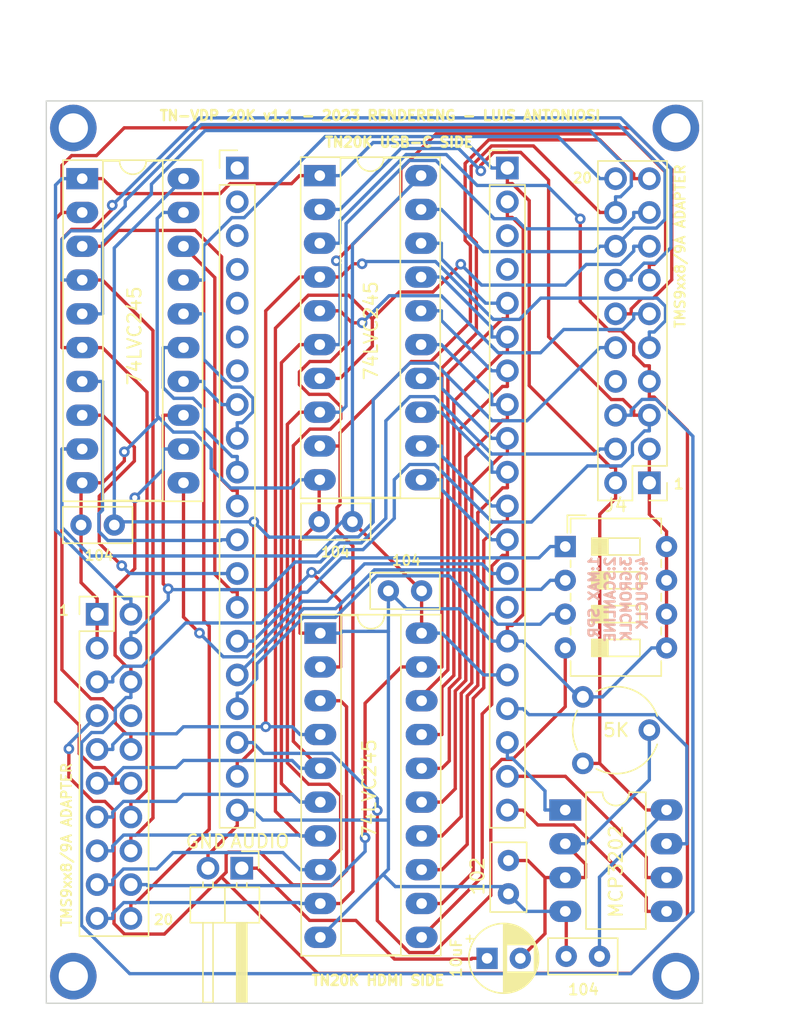
<source format=kicad_pcb>
(kicad_pcb (version 20221018) (generator pcbnew)
  (layers (0 "F.Cu" signal) (31 "B.Cu" signal) (34 "B.Paste" user) (35 "F.Paste" user) (36 "B.SilkS" user "B.Silkscreen") (37 "F.SilkS" user "F.Silkscreen") (38 "B.Mask" user) (39 "F.Mask" user) (44 "Edge.Cuts" user))
  (net 0 "")
  (net 1 "VCC_3V3")
  (net 2 "GND")
  (net 3 "AUDIO")
  (net 4 "USR1_1V8")
  (net 5 "USR2_1V8")
  (net 6 "USR3_1V8")
  (net 7 "USR4_1V8")
  (net 8 "MODE1")
  (net 9 "MODE1_3V3")
  (net 10 "VCC")
  (net 11 "MODE_3V3")
  (net 12 "~{CSW_3V3}")
  (net 13 "~{CSR_3V3}")
  (net 14 "~{INT_3V3}")
  (net 15 "CPUCLK_3V3")
  (net 16 "GROMCLK_3V3")
  (net 17 "~{RESET_3V3}")
  (net 18 "CD0_3V3")
  (net 19 "CD1_3V3")
  (net 20 "CD2_3V3")
  (net 21 "CD3_3V3")
  (net 22 "CD4_3V3")
  (net 23 "CD5_3V3")
  (net 24 "CD6_3V3")
  (net 25 "CD7_3V3")
  (net 26 "ADC_CLK")
  (net 27 "ADC_CS")
  (net 28 "ADC_MISO")
  (net 29 "ADC_MOSI")
  (net 30 "MODE")
  (net 31 "~{CSW}")
  (net 32 "~{CSR}")
  (net 33 "~{INT}")
  (net 34 "CD7")
  (net 35 "CD6")
  (net 36 "CD5")
  (net 37 "CD4")
  (net 38 "CD3")
  (net 39 "CD2")
  (net 40 "CD1")
  (net 41 "CD0")
  (net 42 "~{RESET}")
  (net 43 "GROMCLK")
  (net 44 "CPUCLK")
  (net 55 "VREF")
  (net 56 "AUDIO_REF")
  (footprint "Package_DIP:DIP-20_W7.62mm_Socket_LongPads" (layer "F.Cu") (at 138.337 50.8)
    (fp_text reference "U3" hide)
    (fp_text value "SN74LVC245")
  )
  (footprint "Connector_PinHeader_2.54mm:PinHeader_2x10_P2.54mm_Vertical" (layer "F.Cu") (at 181 73.66 180)
    (fp_text reference "J2" hide)
    (fp_text value "Conn_02x10_Odd_Even")
  )
  (footprint "Connector_PinHeader_2.54mm:PinHeader_1x20_P2.54mm_Vertical" (layer "F.Cu") (at 150 50)
    (fp_text reference "J3" hide)
    (fp_text value "Conn_01x20")
  )
  (footprint "Capacitor_THT:C_Disc_D5.0mm_W2.5mm_P2.50mm" (layer "F.Cu") (at 170.4 102.05 -90)
    (fp_text reference "C6" hide)
    (fp_text value "102")
  )
  (footprint "Capacitor_THT:C_Disc_D5.0mm_W2.5mm_P2.50mm" (layer "F.Cu") (at 158.663 76.578 180)
    (fp_text reference "C2" hide)
    (fp_text value "104")
  )
  (footprint "MountingHole:MountingHole_2.2mm_M2_ISO7380_Pad" (layer "F.Cu") (at 137.668 46.99)
    (fp_text reference "H1" hide)
    (fp_text value "MountingHole")
  )
  (footprint "Capacitor_THT:C_Disc_D5.0mm_W2.5mm_P2.50mm" (layer "F.Cu") (at 177.25 109.25 180)
    (fp_text reference "C4" hide)
    (fp_text value "104")
  )
  (footprint "Connector_PinHeader_2.54mm:PinHeader_1x20_P2.54mm_Vertical" (layer "F.Cu") (at 170.32 50)
    (fp_text reference "J6" hide)
    (fp_text value "Conn_01x20")
  )
  (footprint "Capacitor_THT:C_Disc_D5.0mm_W2.5mm_P2.50mm" (layer "F.Cu") (at 140.75 76.835 180)
    (fp_text reference "C1" hide)
    (fp_text value "104")
  )
  (footprint "Package_DIP:DIP-8_W7.62mm_LongPads" (layer "F.Cu") (at 174.675 98.25)
    (fp_text reference "U4" hide)
    (fp_text value "MCP3202")
  )
  (footprint "Capacitor_THT:C_Disc_D5.0mm_W2.5mm_P2.50mm" (layer "F.Cu") (at 163.87 81.785 180)
    (fp_text reference "C3" hide)
    (fp_text value "104")
  )
  (footprint "Potentiometer_THT:Potentiometer_Piher_PT-6-V_Vertical" (layer "F.Cu") (at 176 94.75)
    (fp_text reference "RV1" hide)
    (fp_text value "5K")
  )
  (footprint "MountingHole:MountingHole_2.2mm_M2_ISO7380_Pad" (layer "F.Cu") (at 137.668 110.744)
    (fp_text reference "H3" hide)
    (fp_text value "MountingHole")
  )
  (footprint "MountingHole:MountingHole_2.2mm_M2_ISO7380_Pad" (layer "F.Cu") (at 185.5 110.744)
    (fp_text reference "H4" hide)
    (fp_text value "MountingHole")
  )
  (footprint "Button_Switch_THT:SW_DIP_SPSTx04_Slide_6.7x11.72mm_W7.62mm_P2.54mm_LowProfile" (layer "F.Cu") (at 174.675 78.45)
    (fp_text reference "J4")
    (fp_text value "Conn_02x04_Counter_Clockwise")
  )
  (footprint "Package_DIP:DIP-20_W7.62mm_Socket_LongPads" (layer "F.Cu") (at 156.2092 50.5734)
    (fp_text reference "U2" hide)
    (fp_text value "SN74LVC245")
  )
  (footprint "Connector_PinHeader_2.54mm:PinHeader_1x02_P2.54mm_Horizontal" (layer "F.Cu") (at 150.34 102.625 -90)
    (fp_text reference "J5" hide)
    (fp_text value "Conn_01x02")
  )
  (footprint "MountingHole:MountingHole_2.2mm_M2_ISO7380_Pad" (layer "F.Cu") (at 185.5 46.99)
    (fp_text reference "H2" hide)
    (fp_text value "MountingHole")
  )
  (footprint "Capacitor_THT:CP_Radial_D5.0mm_P2.50mm" (layer "F.Cu") (at 168.7949 109.4)
    (fp_text reference "C5" hide)
    (fp_text value "10uF")
  )
  (footprint "Package_DIP:DIP-20_W7.62mm_Socket_LongPads" (layer "F.Cu") (at 156.25 84.96)
    (fp_text reference "U1" hide)
    (fp_text value "SN74LVC245")
  )
  (footprint "Connector_PinHeader_2.54mm:PinHeader_2x10_P2.54mm_Vertical" (layer "F.Cu") (at 139.46 83.54)
    (fp_text reference "J1" hide)
    (fp_text value "Conn_02x10_Odd_Even")
  )
  (gr_line (start 185 44.958) (end 185 112.776) (stroke (width 0.1)) (layer "Edge.Cuts"))
  (gr_line (start 135.636 44.958) (end 185 44.958) (stroke (width 0.1)) (layer "Edge.Cuts"))
  (gr_line (start 135.636 112.776) (end 185 112.776) (stroke (width 0.1)) (layer "Edge.Cuts"))
  (gr_line (start 135.636 112.776) (end 135.636 44.958) (stroke (width 0.1)) (layer "Edge.Cuts"))
  (gr_text "1:MAX SPR\n2:SCANLINE\n3:GROMCLK\n4:CPUCLK" (at 180.9 79.1 90) (layer "B.SilkS") (effects (font (size 0.75 0.75) (thickness 0.1875) bold) (justify left bottom mirror)))
  (gr_text "TN-VDP 20K v1.1 - 2023 RENDERENG - LUIS ANTONIOSI\n" (at 160.75 46.5) (layer "F.SilkS") (effects (font (size 0.75 0.75) (thickness 0.1875) bold) (justify bottom)))
  (gr_text "TN20K USB-C SIDE" (at 156.5 48.5) (layer "F.SilkS") (effects (font (size 0.75 0.75) (thickness 0.1875) bold) (justify left bottom)))
  (gr_text "TN20K HDMI SIDE" (at 155.5 111.5) (layer "F.SilkS") (effects (font (size 0.75 0.75) (thickness 0.1875) bold) (justify left bottom)))
  (segment (start 150.3652 94.5449) (end 150 94.5449) (width 0.25) (layer "F.Cu") (net 1))
  (segment (start 151.2464 93.6637) (end 150.3652 94.5449) (width 0.25) (layer "F.Cu") (net 1))
  (segment (start 151.2464 76.5925) (end 151.2464 93.6637) (width 0.25) (layer "F.Cu") (net 1))
  (segment locked (start 163.87 81.785) (end 163.87 84.96) (width 0.25) (layer "F.Cu") (net 1))
  (segment (start 150 95.72) (end 150 94.5449) (width 0.25) (layer "F.Cu") (net 1))
  (segment (start 163.87 81.785) (end 158.663 76.578) (width 0.25) (layer "F.Cu") (net 1))
  (via (at 151.2464 76.5925) (size 0.8) (drill 0.4) (layers "F.Cu" "B.Cu") (net 1))
  (segment (start 168.5351 88.1) (end 170.32 88.1) (width 0.25) (layer "B.Cu") (net 1))
  (segment (start 165.3951 84.96) (end 168.5351 88.1) (width 0.25) (layer "B.Cu") (net 1))
  (segment locked (start 140.75 76.835) (end 140.75 56.007) (width 0.25) (layer "B.Cu") (net 1))
  (segment locked (start 158.663 76.578) (end 158.663 55.7396) (width 0.25) (layer "B.Cu") (net 1))
  (segment locked (start 158.663 55.7396) (end 163.8292 50.5734) (width 0.25) (layer "B.Cu") (net 1))
  (segment (start 158.663 76.578) (end 157.8996 76.578) (width 0.25) (layer "B.Cu") (net 1))
  (segment (start 163.0092 51.3934) (end 163.8292 50.5734) (width 0.25) (layer "B.Cu") (net 1))
  (segment (start 163.87 84.96) (end 165.3951 84.96) (width 0.25) (layer "B.Cu") (net 1))
  (segment (start 152.3984 77.7445) (end 151.2464 76.5925) (width 0.25) (layer "B.Cu") (net 1))
  (segment (start 151.2464 76.5925) (end 140.75 76.5925) (width 0.25) (layer "B.Cu") (net 1))
  (segment locked (start 140.75 56.007) (end 145.957 50.8) (width 0.25) (layer "B.Cu") (net 1))
  (segment (start 157.8996 76.578) (end 156.7331 77.7445) (width 0.25) (layer "B.Cu") (net 1))
  (segment (start 156.7331 77.7445) (end 152.3984 77.7445) (width 0.25) (layer "B.Cu") (net 1))
  (segment (start 163.009 51.3934) (end 163.0092 51.3934) (width 0.25) (layer "B.Cu") (net 1))
  (segment (start 170.6872 84.3849) (end 171.5142 83.5579) (width 0.25) (layer "F.Cu") (net 2))
  (segment (start 141.5075 72.0146) (end 141.5075 71.3315) (width 0.25) (layer "F.Cu") (net 2))
  (segment (start 171.5142 83.5579) (end 171.5142 54.5441) (width 0.25) (layer "F.Cu") (net 2))
  (segment (start 182.295 80.99) (end 182.295 83.53) (width 0.25) (layer "F.Cu") (net 2))
  (segment (start 154.7249 84.96) (end 154.7249 78.0161) (width 0.25) (layer "F.Cu") (net 2))
  (segment (start 150 98.26) (end 150 99.4351) (width 0.25) (layer "F.Cu") (net 2))
  (segment (start 181 76.0299) (end 181 73.66) (width 0.25) (layer "F.Cu") (net 2))
  (segment (start 170.32 84.3849) (end 170.6872 84.3849) (width 0.25) (layer "F.Cu") (net 2))
  (segment (start 170.6852 53.7151) (end 170.32 53.7151) (width 0.25) (layer "F.Cu") (net 2))
  (segment (start 147.9852 101.4499) (end 147.8 101.4499) (width 0.25) (layer "F.Cu") (net 2))
  (segment (start 181 71.12) (end 181 73.66) (width 0.25) (layer "F.Cu") (net 2))
  (segment (start 171.5142 54.5441) (end 170.6852 53.7151) (width 0.25) (layer "F.Cu") (net 2))
  (segment locked (start 138.25 73.747) (end 138.337 73.66) (width 0.25) (layer "F.Cu") (net 2))
  (segment (start 182.295 78.45) (end 182.295 80.99) (width 0.25) (layer "F.Cu") (net 2))
  (segment (start 156.1861 73.4565) (end 156.2092 73.4334) (width 0.25) (layer "F.Cu") (net 2))
  (segment (start 138.337 73.66) (end 139.8621 73.66) (width 0.25) (layer "F.Cu") (net 2))
  (segment (start 139.46 83.54) (end 139.46 82.3649) (width 0.25) (layer "F.Cu") (net 2))
  (segment (start 150 99.4351) (end 147.9852 101.4499) (width 0.25) (layer "F.Cu") (net 2))
  (segment locked (start 156.163 73.4796) (end 156.2092 73.4334) (width 0.25) (layer "F.Cu") (net 2))
  (segment (start 139.8621 73.66) (end 141.5075 72.0146) (width 0.25) (layer "F.Cu") (net 2))
  (segment (start 139.46 86.08) (end 139.46 83.54) (width 0.25) (layer "F.Cu") (net 2))
  (segment (start 170.32 85.56) (end 170.32 84.3849) (width 0.25) (layer "F.Cu") (net 2))
  (segment (start 147.8 102.625) (end 147.8 101.4499) (width 0.25) (layer "F.Cu") (net 2))
  (segment (start 156.25 84.96) (end 154.7249 84.96) (width 0.25) (layer "F.Cu") (net 2))
  (segment (start 170.32 52.54) (end 170.32 53.7151) (width 0.25) (layer "F.Cu") (net 2))
  (segment (start 182.295 77.3249) (end 181 76.0299) (width 0.25) (layer "F.Cu") (net 2))
  (segment locked (start 156.163 76.578) (end 156.163 73.4796) (width 0.25) (layer "F.Cu") (net 2))
  (segment locked (start 138.25 76.835) (end 138.25 73.747) (width 0.25) (layer "F.Cu") (net 2))
  (segment (start 156.186 73.4565) (end 156.1861 73.4565) (width 0.25) (layer "F.Cu") (net 2))
  (segment (start 138.25 76.835) (end 138.25 81.1549) (width 0.25) (layer "F.Cu") (net 2))
  (segment (start 154.7249 78.0161) (end 156.163 76.578) (width 0.25) (layer "F.Cu") (net 2))
  (segment locked (start 174.75 105.945) (end 174.675 105.87) (width 0.25) (layer "F.Cu") (net 2))
  (segment locked (start 174.75 109.25) (end 174.75 105.945) (width 0.25) (layer "F.Cu") (net 2))
  (segment (start 182.295 83.53) (end 182.295 86.07) (width 0.25) (layer "F.Cu") (net 2))
  (segment (start 138.25 81.1549) (end 139.46 82.3649) (width 0.25) (layer "F.Cu") (net 2))
  (segment (start 182.295 78.45) (end 182.295 77.3249) (width 0.25) (layer "F.Cu") (net 2))
  (via (at 141.5075 71.3315) (size 0.8) (drill 0.4) (layers "F.Cu" "B.Cu") (net 2))
  (segment (start 156.2092 73.4334) (end 154.6841 73.4334) (width 0.25) (layer "B.Cu") (net 2))
  (segment (start 146.7573 69.85) (end 145.196 69.85) (width 0.25) (layer "B.Cu") (net 2))
  (segment (start 151.9231 99.008) (end 161.292 99.008) (width 0.25) (layer "B.Cu") (net 2))
  (segment (start 174.675 105.87) (end 171.72 105.87) (width 0.25) (layer "B.Cu") (net 2))
  (segment (start 161.37 84.8251) (end 157.91 84.8251) (width 0.25) (layer "B.Cu") (net 2))
  (segment (start 171.4951 85.56) (end 175.6851 89.75) (width 0.25) (layer "B.Cu") (net 2))
  (segment (start 154.0675 74.05) (end 149.5032 74.05) (width 0.25) (layer "B.Cu") (net 2))
  (segment (start 144.0925 68.7465) (end 141.5075 71.3315) (width 0.25) (layer "B.Cu") (net 2))
  (segment (start 157.91 84.8251) (end 157.7751 84.96) (width 0.25) (layer "B.Cu") (net 2))
  (segment (start 145.957 53.34) (end 144.4319 53.34) (width 0.25) (layer "B.Cu") (net 2))
  (segment (start 170.9076 85.56) (end 171.4951 85.56) (width 0.25) (layer "B.Cu") (net 2))
  (segment (start 171.72 105.87) (end 170.4 104.55) (width 0.25) (layer "B.Cu") (net 2))
  (segment (start 145.196 69.85) (end 144.0925 68.7465) (width 0.25) (layer "B.Cu") (net 2))
  (segment (start 176 89.75) (end 177.4899 89.75) (width 0.25) (layer "B.Cu") (net 2))
  (segment (start 156.25 84.96) (end 157.7751 84.96) (width 0.25) (layer "B.Cu") (net 2))
  (segment (start 144.0925 68.7465) (end 143.9781 68.6321) (width 0.25) (layer "B.Cu") (net 2))
  (segment (start 148.0402 71.1329) (end 146.7573 69.85) (width 0.25) (layer "B.Cu") (net 2))
  (segment locked (start 161.37 81.785) (end 161.37 102.7) (width 0.25) (layer "B.Cu") (net 2))
  (segment (start 170.32 85.56) (end 169.1449 85.56) (width 0.25) (layer "B.Cu") (net 2))
  (segment locked (start 161.37 102.7) (end 156.25 107.82) (width 0.25) (layer "B.Cu") (net 2))
  (segment (start 177.4899 89.75) (end 181.1699 86.07) (width 0.25) (layer "B.Cu") (net 2))
  (segment (start 175.6851 89.75) (end 176 89.75) (width 0.25) (layer "B.Cu") (net 2))
  (segment (start 170.9076 85.56) (end 170.32 85.56) (width 0.25) (layer "B.Cu") (net 2))
  (segment (start 143.9781 68.6321) (end 143.9781 53.7938) (width 0.25) (layer "B.Cu") (net 2))
  (segment (start 161.37 81.785) (end 162.7115 83.1265) (width 0.25) (layer "B.Cu") (net 2))
  (segment (start 161.8948 104.01) (end 160.9774 103.0926) (width 0.25) (layer "B.Cu") (net 2))
  (segment (start 143.9781 53.7938) (end 144.4319 53.34) (width 0.25) (layer "B.Cu") (net 2))
  (segment (start 161.292 99.008) (end 161.37 98.93) (width 0.25) (layer "B.Cu") (net 2))
  (segment (start 166.7114 83.1265) (end 169.1449 85.56) (width 0.25) (layer "B.Cu") (net 2))
  (segment (start 148.0402 72.587) (end 148.0402 71.1329) (width 0.25) (layer "B.Cu") (net 2))
  (segment (start 182.295 86.07) (end 181.1699 86.07) (width 0.25) (layer "B.Cu") (net 2))
  (segment (start 170.4 104.55) (end 169.86 104.01) (width 0.25) (layer "B.Cu") (net 2))
  (segment (start 154.6841 73.4334) (end 154.0675 74.05) (width 0.25) (layer "B.Cu") (net 2))
  (segment (start 149.5032 74.05) (end 148.0402 72.587) (width 0.25) (layer "B.Cu") (net 2))
  (segment (start 151.1751 98.26) (end 151.9231 99.008) (width 0.25) (layer "B.Cu") (net 2))
  (segment (start 150 98.26) (end 151.1751 98.26) (width 0.25) (layer "B.Cu") (net 2))
  (segment (start 162.7115 83.1265) (end 166.7114 83.1265) (width 0.25) (layer "B.Cu") (net 2))
  (segment (start 169.86 104.01) (end 161.8948 104.01) (width 0.25) (layer "B.Cu") (net 2))
  (segment (start 155.4401 106.55) (end 158.92 106.55) (width 0.25) (layer "F.Cu") (net 3))
  (segment (start 161.8263 109.4563) (end 167.6135 109.4563) (width 0.25) (layer "F.Cu") (net 3))
  (segment (start 151.5151 102.625) (end 155.4401 106.55) (width 0.25) (layer "F.Cu") (net 3))
  (segment (start 158.92 106.55) (end 161.8263 109.4563) (width 0.25) (layer "F.Cu") (net 3))
  (segment (start 167.6135 109.4563) (end 167.6698 109.4) (width 0.25) (layer "F.Cu") (net 3))
  (segment (start 168.7949 109.4) (end 167.6698 109.4) (width 0.25) (layer "F.Cu") (net 3))
  (segment (start 150.34 102.625) (end 151.5151 102.625) (width 0.25) (layer "F.Cu") (net 3))
  (segment (start 157.8436 79.3014) (end 155.2583 81.8867) (width 0.25) (layer "B.Cu") (net 4))
  (segment (start 172.6985 79.3014) (end 157.8436 79.3014) (width 0.25) (layer "B.Cu") (net 4))
  (segment (start 150 85.56) (end 151.1751 85.56) (width 0.25) (layer "B.Cu") (net 4))
  (segment (start 155.2583 81.8867) (end 154.8484 81.8867) (width 0.25) (layer "B.Cu") (net 4))
  (segment (start 173.5499 78.45) (end 172.6985 79.3014) (width 0.25) (layer "B.Cu") (net 4))
  (segment (start 174.675 78.45) (end 173.5499 78.45) (width 0.25) (layer "B.Cu") (net 4))
  (segment (start 154.8484 81.8867) (end 151.1751 85.56) (width 0.25) (layer "B.Cu") (net 4))
  (segment (start 157.4033 83.1163) (end 160.3171 80.2025) (width 0.25) (layer "B.Cu") (net 5))
  (segment (start 154.9837 83.1163) (end 157.4033 83.1163) (width 0.25) (layer "B.Cu") (net 5))
  (segment (start 168.8814 81.6657) (end 172.8742 81.6657) (width 0.25) (layer "B.Cu") (net 5))
  (segment (start 167.4182 80.2025) (end 168.8814 81.6657) (width 0.25) (layer "B.Cu") (net 5))
  (segment (start 150 88.1) (end 154.9837 83.1163) (width 0.25) (layer "B.Cu") (net 5))
  (segment (start 174.675 80.99) (end 173.5499 80.99) (width 0.25) (layer "B.Cu") (net 5))
  (segment (start 172.8742 81.6657) (end 173.5499 80.99) (width 0.25) (layer "B.Cu") (net 5))
  (segment (start 160.3171 80.2025) (end 167.4182 80.2025) (width 0.25) (layer "B.Cu") (net 5))
  (segment (start 172.7899 84.29) (end 173.5499 83.53) (width 0.25) (layer "B.Cu") (net 6))
  (segment (start 157.3796 83.7766) (end 160.5035 80.6527) (width 0.25) (layer "B.Cu") (net 6))
  (segment (start 150.3652 89.4649) (end 151.4674 88.3627) (width 0.25) (layer "B.Cu") (net 6))
  (segment (start 150 90.64) (end 150 89.4649) (width 0.25) (layer "B.Cu") (net 6))
  (segment (start 165.9509 80.6527) (end 169.5882 84.29) (width 0.25) (layer "B.Cu") (net 6))
  (segment (start 150 89.4649) (end 150.3652 89.4649) (width 0.25) (layer "B.Cu") (net 6))
  (segment (start 169.5882 84.29) (end 172.7899 84.29) (width 0.25) (layer "B.Cu") (net 6))
  (segment (start 160.5035 80.6527) (end 165.9509 80.6527) (width 0.25) (layer "B.Cu") (net 6))
  (segment (start 174.675 83.53) (end 173.5499 83.53) (width 0.25) (layer "B.Cu") (net 6))
  (segment (start 151.4674 87.2693) (end 154.9601 83.7766) (width 0.25) (layer "B.Cu") (net 6))
  (segment (start 151.4674 88.3627) (end 151.4674 87.2693) (width 0.25) (layer "B.Cu") (net 6))
  (segment (start 154.9601 83.7766) (end 157.3796 83.7766) (width 0.25) (layer "B.Cu") (net 6))
  (segment (start 164.78 108.964) (end 162.9405 108.964) (width 0.25) (layer "F.Cu") (net 7))
  (segment (start 174.675 86.07) (end 174.675 90.4878) (width 0.25) (layer "F.Cu") (net 7))
  (segment (start 169.8945 94.45) (end 169.0754 95.2691) (width 0.25) (layer "F.Cu") (net 7))
  (segment (start 162.9405 108.964) (end 160.5342 106.5577) (width 0.25) (layer "F.Cu") (net 7))
  (segment (start 174.675 90.4878) (end 170.7128 94.45) (width 0.25) (layer "F.Cu") (net 7))
  (segment (start 169.0754 104.6686) (end 164.78 108.964) (width 0.25) (layer "F.Cu") (net 7))
  (segment (start 170.7128 94.45) (end 169.8945 94.45) (width 0.25) (layer "F.Cu") (net 7))
  (segment (start 169.0754 95.2691) (end 169.0754 104.6686) (width 0.25) (layer "F.Cu") (net 7))
  (segment (start 160.5342 106.5577) (end 160.5342 98.2829) (width 0.25) (layer "F.Cu") (net 7))
  (via (at 160.5342 98.2829) (size 0.8) (drill 0.4) (layers "F.Cu" "B.Cu") (net 7))
  (segment (start 160.5342 97.396) (end 157.133 93.9948) (width 0.25) (layer "B.Cu") (net 7))
  (segment (start 150 93.18) (end 151.1751 93.18) (width 0.25) (layer "B.Cu") (net 7))
  (segment (start 160.5342 98.2829) (end 160.5342 97.396) (width 0.25) (layer "B.Cu") (net 7))
  (segment (start 157.133 93.9948) (end 151.9899 93.9948) (width 0.25) (layer "B.Cu") (net 7))
  (segment (start 151.9899 93.9948) (end 151.1751 93.18) (width 0.25) (layer "B.Cu") (net 7))
  (segment (start 141.6327 92.5249) (end 140.8249 91.7171) (width 0.25) (layer "F.Cu") (net 8))
  (segment (start 142 92.5249) (end 141.6327 92.5249) (width 0.25) (layer "F.Cu") (net 8))
  (segment (start 136.8119 87.7145) (end 136.8119 71.12) (width 0.25) (layer "F.Cu") (net 8))
  (segment (start 138.337 71.12) (end 136.8119 71.12) (width 0.25) (layer "F.Cu") (net 8))
  (segment (start 138.9874 89.89) (end 136.8119 87.7145) (width 0.25) (layer "F.Cu") (net 8))
  (segment (start 142 93.7) (end 142 92.5249) (width 0.25) (layer "F.Cu") (net 8))
  (segment (start 139.8909 89.89) (end 138.9874 89.89) (width 0.25) (layer "F.Cu") (net 8))
  (segment (start 140.8249 90.824) (end 139.8909 89.89) (width 0.25) (layer "F.Cu") (net 8))
  (segment (start 140.8249 91.7171) (end 140.8249 90.824) (width 0.25) (layer "F.Cu") (net 8))
  (segment (start 157.3873 77.7269) (end 155.9559 79.1583) (width 0.25) (layer "B.Cu") (net 8))
  (segment (start 138.9491 79.1583) (end 136.8119 77.0211) (width 0.25) (layer "B.Cu") (net 8))
  (segment (start 138.337 71.12) (end 136.8119 71.12) (width 0.25) (layer "B.Cu") (net 8))
  (segment (start 177.2849 63.5) (end 171.791 68.9939) (width 0.25) (layer "B.Cu") (net 8))
  (segment (start 178.46 63.5) (end 177.2849 63.5) (width 0.25) (layer "B.Cu") (net 8))
  (segment (start 162.9792 64.6647) (end 160.2267 67.4172) (width 0.25) (layer "B.Cu") (net 8))
  (segment (start 171.791 68.9939) (end 169.1838 68.9939) (width 0.25) (layer "B.Cu") (net 8))
  (segment (start 136.8119 77.0211) (end 136.8119 71.12) (width 0.25) (layer "B.Cu") (net 8))
  (segment (start 169.1838 68.9939) (end 164.8546 64.6647) (width 0.25) (layer "B.Cu") (net 8))
  (segment (start 159.1104 77.7269) (end 157.3873 77.7269) (width 0.25) (layer "B.Cu") (net 8))
  (segment (start 160.2267 76.6106) (end 159.1104 77.7269) (width 0.25) (layer "B.Cu") (net 8))
  (segment (start 155.9559 79.1583) (end 138.9491 79.1583) (width 0.25) (layer "B.Cu") (net 8))
  (segment (start 160.2267 67.4172) (end 160.2267 76.6106) (width 0.25) (layer "B.Cu") (net 8))
  (segment (start 164.8546 64.6647) (end 162.9792 64.6647) (width 0.25) (layer "B.Cu") (net 8))
  (segment (start 147.1605 84.9536) (end 145.957 83.7501) (width 0.25) (layer "F.Cu") (net 9))
  (segment (start 145.957 83.7501) (end 145.957 73.66) (width 0.25) (layer "F.Cu") (net 9))
  (via (at 147.1605 84.9536) (size 0.8) (drill 0.4) (layers "F.Cu" "B.Cu") (net 9))
  (segment (start 148.9437 86.7368) (end 150.7265 86.7368) (width 0.25) (layer "B.Cu") (net 9))
  (segment (start 150.7265 86.7368) (end 154.9014 82.5619) (width 0.25) (layer "B.Cu") (net 9))
  (segment (start 168.4166 79.7517) (end 169.1449 80.48) (width 0.25) (layer "B.Cu") (net 9))
  (segment (start 154.9014 82.5619) (end 156.7613 82.5619) (width 0.25) (layer "B.Cu") (net 9))
  (segment (start 170.32 80.48) (end 169.1449 80.48) (width 0.25) (layer "B.Cu") (net 9))
  (segment (start 159.5715 79.7517) (end 168.4166 79.7517) (width 0.25) (layer "B.Cu") (net 9))
  (segment (start 156.7613 82.5619) (end 159.5715 79.7517) (width 0.25) (layer "B.Cu") (net 9))
  (segment (start 147.1605 84.9536) (end 148.9437 86.7368) (width 0.25) (layer "B.Cu") (net 9))
  (segment (start 178.0947 72.4849) (end 178.46 72.4849) (width 0.25) (layer "F.Cu") (net 10))
  (segment (start 177.2699 94.75) (end 180.7699 98.25) (width 0.25) (layer "F.Cu") (net 10))
  (segment (start 171.9644 52.4523) (end 171.9644 66.3546) (width 0.25) (layer "F.Cu") (net 10))
  (segment (start 177.2699 76.0252) (end 178.46 74.8351) (width 0.25) (layer "F.Cu") (net 10))
  (segment (start 178.46 73.66) (end 178.46 74.8351) (width 0.25) (layer "F.Cu") (net 10))
  (segment (start 149.4648 51.1752) (end 148.7149 51.9251) (width 0.25) (layer "F.Cu") (net 10))
  (segment (start 171.9644 66.3546) (end 178.0947 72.4849) (width 0.25) (layer "F.Cu") (net 10))
  (segment (start 170.6872 51.1751) (end 171.9644 52.4523) (width 0.25) (layer "F.Cu") (net 10))
  (segment (start 156.2092 50.5734) (end 154.6841 50.5734) (width 0.25) (layer "F.Cu") (net 10))
  (segment (start 154.6841 50.5734) (end 154.0823 51.1752) (width 0.25) (layer "F.Cu") (net 10))
  (segment (start 176 94.75) (end 177.2699 94.75) (width 0.25) (layer "F.Cu") (net 10))
  (segment (start 170.32 50) (end 170.32 51.1751) (width 0.25) (layer "F.Cu") (net 10))
  (segment (start 148.7149 51.9251) (end 140.9872 51.9251) (width 0.25) (layer "F.Cu") (net 10))
  (segment (start 140.9872 51.9251) (end 139.8621 50.8) (width 0.25) (layer "F.Cu") (net 10))
  (segment (start 170.32 51.1751) (end 170.6872 51.1751) (width 0.25) (layer "F.Cu") (net 10))
  (segment (start 178.46 73.66) (end 178.46 72.4849) (width 0.25) (layer "F.Cu") (net 10))
  (segment (start 177.2699 94.75) (end 177.2699 76.0252) (width 0.25) (layer "F.Cu") (net 10))
  (segment (start 138.337 50.8) (end 139.8621 50.8) (width 0.25) (layer "F.Cu") (net 10))
  (segment (start 154.0823 51.1752) (end 149.4648 51.1752) (width 0.25) (layer "F.Cu") (net 10))
  (segment (start 182.295 98.25) (end 180.7699 98.25) (width 0.25) (layer "F.Cu") (net 10))
  (segment (start 142 83.54) (end 142 82.3649) (width 0.25) (layer "B.Cu") (net 10))
  (segment (start 169.1449 50) (end 167.231 48.0861) (width 0.25) (layer "B.Cu") (net 10))
  (segment (start 136.3306 77.1825) (end 141.513 82.3649) (width 0.25) (layer "B.Cu") (net 10))
  (segment (start 136.3306 51.2813) (end 136.3306 77.1825) (width 0.25) (layer "B.Cu") (net 10))
  (segment (start 167.231 48.0861) (end 160.2216 48.0861) (width 0.25) (layer "B.Cu") (net 10))
  (segment (start 160.2216 48.0861) (end 157.7343 50.5734) (width 0.25) (layer "B.Cu") (net 10))
  (segment (start 156.2092 50.5734) (end 157.7343 50.5734) (width 0.25) (layer "B.Cu") (net 10))
  (segment (start 170.32 50) (end 169.1449 50) (width 0.25) (layer "B.Cu") (net 10))
  (segment (start 141.513 82.3649) (end 142 82.3649) (width 0.25) (layer "B.Cu") (net 10))
  (segment (start 138.337 50.8) (end 136.8119 50.8) (width 0.25) (layer "B.Cu") (net 10))
  (segment (start 136.8119 50.8) (end 136.3306 51.2813) (width 0.25) (layer "B.Cu") (net 10))
  (segment (start 148.8249 67.78) (end 147.4821 66.4372) (width 0.25) (layer "B.Cu") (net 11))
  (segment (start 145.957 66.04) (end 147.4821 66.04) (width 0.25) (layer "B.Cu") (net 11))
  (segment (start 147.4821 66.4372) (end 147.4821 66.04) (width 0.25) (layer "B.Cu") (net 11))
  (segment (start 150 67.78) (end 148.8249 67.78) (width 0.25) (layer "B.Cu") (net 11))
  (segment (start 150.3652 69.1449) (end 151.1819 68.3282) (width 0.25) (layer "B.Cu") (net 12))
  (segment (start 151.1819 67.2911) (end 150.3592 66.4684) (width 0.25) (layer "B.Cu") (net 12))
  (segment (start 150.3592 66.4684) (end 149.5643 66.4684) (width 0.25) (layer "B.Cu") (net 12))
  (segment (start 147.4821 64.3862) (end 147.4821 60.96) (width 0.25) (layer "B.Cu") (net 12))
  (segment (start 145.957 60.96) (end 147.4821 60.96) (width 0.25) (layer "B.Cu") (net 12))
  (segment (start 151.1819 68.3282) (end 151.1819 67.2911) (width 0.25) (layer "B.Cu") (net 12))
  (segment (start 149.5643 66.4684) (end 147.4821 64.3862) (width 0.25) (layer "B.Cu") (net 12))
  (segment (start 150 70.32) (end 150 69.1449) (width 0.25) (layer "B.Cu") (net 12))
  (segment (start 150 69.1449) (end 150.3652 69.1449) (width 0.25) (layer "B.Cu") (net 12))
  (segment (start 150 72.86) (end 150 71.6849) (width 0.25) (layer "B.Cu") (net 13))
  (segment (start 147.4821 68.1104) (end 146.6817 67.31) (width 0.25) (layer "B.Cu") (net 13))
  (segment (start 145.957 63.5) (end 144.4319 63.5) (width 0.25) (layer "B.Cu") (net 13))
  (segment (start 146.6817 67.31) (end 145.2272 67.31) (width 0.25) (layer "B.Cu") (net 13))
  (segment (start 150 71.6849) (end 149.6145 71.6849) (width 0.25) (layer "B.Cu") (net 13))
  (segment (start 147.4821 69.5525) (end 147.4821 68.1104) (width 0.25) (layer "B.Cu") (net 13))
  (segment (start 149.6145 71.6849) (end 147.4821 69.5525) (width 0.25) (layer "B.Cu") (net 13))
  (segment (start 145.2272 67.31) (end 144.4319 66.5147) (width 0.25) (layer "B.Cu") (net 13))
  (segment (start 144.4319 66.5147) (end 144.4319 63.5) (width 0.25) (layer "B.Cu") (net 13))
  (segment (start 148.8249 73.4171) (end 148.8249 56.673) (width 0.25) (layer "F.Cu") (net 14))
  (segment (start 150 74.2249) (end 149.6327 74.2249) (width 0.25) (layer "F.Cu") (net 14))
  (segment (start 148.8249 56.673) (end 146.8414 54.6895) (width 0.25) (layer "F.Cu") (net 14))
  (segment (start 150 75.4) (end 150 74.2249) (width 0.25) (layer "F.Cu") (net 14))
  (segment (start 149.6327 74.2249) (end 148.8249 73.4171) (width 0.25) (layer "F.Cu") (net 14))
  (segment (start 138.337 55.88) (end 139.8621 55.88) (width 0.25) (layer "F.Cu") (net 14))
  (segment (start 146.8414 54.6895) (end 141.0526 54.6895) (width 0.25) (layer "F.Cu") (net 14))
  (segment (start 141.0526 54.6895) (end 139.8621 55.88) (width 0.25) (layer "F.Cu") (net 14))
  (segment (start 150 77.94) (end 148.8249 77.94) (width 0.25) (layer "B.Cu") (net 15))
  (segment (start 140.2617 77.9936) (end 139.5905 77.3224) (width 0.25) (layer "B.Cu") (net 15))
  (segment (start 139.5905 77.3224) (end 139.5905 75.9815) (width 0.25) (layer "B.Cu") (net 15))
  (segment (start 148.7713 77.9936) (end 140.2617 77.9936) (width 0.25) (layer "B.Cu") (net 15))
  (segment (start 138.337 66.04) (end 139.8621 66.04) (width 0.25) (layer "B.Cu") (net 15))
  (segment (start 139.5905 75.9815) (end 139.8621 75.7099) (width 0.25) (layer "B.Cu") (net 15))
  (segment (start 139.8621 75.7099) (end 139.8621 66.04) (width 0.25) (layer "B.Cu") (net 15))
  (segment (start 148.8249 77.94) (end 148.7713 77.9936) (width 0.25) (layer "B.Cu") (net 15))
  (segment (start 139.6185 74.6679) (end 142.2604 72.026) (width 0.25) (layer "F.Cu") (net 16))
  (segment (start 138.337 68.58) (end 139.8621 68.58) (width 0.25) (layer "F.Cu") (net 16))
  (segment (start 142.2604 72.026) (end 142.2604 70.9783) (width 0.25) (layer "F.Cu") (net 16))
  (segment (start 139.6185 78.2002) (end 139.6185 74.6679) (width 0.25) (layer "F.Cu") (net 16))
  (segment (start 142.2604 70.9783) (end 139.8621 68.58) (width 0.25) (layer "F.Cu") (net 16))
  (segment (start 141.3083 79.89) (end 139.6185 78.2002) (width 0.25) (layer "F.Cu") (net 16))
  (via (at 141.3083 79.89) (size 0.8) (drill 0.4) (layers "F.Cu" "B.Cu") (net 16))
  (segment (start 141.8983 80.48) (end 141.3083 79.89) (width 0.25) (layer "B.Cu") (net 16))
  (segment (start 150 80.48) (end 141.8983 80.48) (width 0.25) (layer "B.Cu") (net 16))
  (segment (start 148.3128 80.5249) (end 148.3128 58.2358) (width 0.25) (layer "F.Cu") (net 17))
  (segment (start 150 81.8449) (end 149.6328 81.8449) (width 0.25) (layer "F.Cu") (net 17))
  (segment (start 149.6328 81.8449) (end 148.3128 80.5249) (width 0.25) (layer "F.Cu") (net 17))
  (segment (start 150 83.02) (end 150 81.8449) (width 0.25) (layer "F.Cu") (net 17))
  (segment (start 148.3128 58.2358) (end 145.957 55.88) (width 0.25) (layer "F.Cu") (net 17))
  (segment (start 170.32 60.16) (end 170.32 61.3351) (width 0.25) (layer "F.Cu") (net 18))
  (segment (start 165.8452 87.7249) (end 165.8452 65.4427) (width 0.25) (layer "F.Cu") (net 18))
  (segment (start 163.87 90.04) (end 163.87 89.7001) (width 0.25) (layer "F.Cu") (net 18))
  (segment (start 169.9528 61.3351) (end 170.32 61.3351) (width 0.25) (layer "F.Cu") (net 18))
  (segment (start 165.8452 65.4427) (end 169.9528 61.3351) (width 0.25) (layer "F.Cu") (net 18))
  (segment (start 163.87 89.7001) (end 165.8452 87.7249) (width 0.25) (layer "F.Cu") (net 18))
  (segment (start 165.3543 55.6534) (end 165.3543 56.8307) (width 0.25) (layer "B.Cu") (net 18))
  (segment (start 170.32 60.16) (end 169.1449 60.16) (width 0.25) (layer "B.Cu") (net 18))
  (segment (start 163.8292 55.6534) (end 165.3543 55.6534) (width 0.25) (layer "B.Cu") (net 18))
  (segment (start 165.3543 56.8307) (end 168.6836 60.16) (width 0.25) (layer "B.Cu") (net 18))
  (segment (start 168.6836 60.16) (end 169.1449 60.16) (width 0.25) (layer "B.Cu") (net 18))
  (segment (start 166.2953 88.1366) (end 166.2953 67.5345) (width 0.25) (layer "F.Cu") (net 19))
  (segment (start 170.32 62.7) (end 170.32 63.8751) (width 0.25) (layer "F.Cu") (net 19))
  (segment (start 169.9547 63.8751) (end 170.32 63.8751) (width 0.25) (layer "F.Cu") (net 19))
  (segment (start 166.2953 67.5345) (end 169.9547 63.8751) (width 0.25) (layer "F.Cu") (net 19))
  (segment (start 163.87 92.58) (end 165.3951 92.58) (width 0.25) (layer "F.Cu") (net 19))
  (segment (start 165.3951 92.58) (end 165.3951 89.0368) (width 0.25) (layer "F.Cu") (net 19))
  (segment (start 165.3951 89.0368) (end 166.2953 88.1366) (width 0.25) (layer "F.Cu") (net 19))
  (segment (start 170.32 62.7) (end 169.1449 62.7) (width 0.25) (layer "B.Cu") (net 19))
  (segment (start 169.1449 62.7) (end 169.1449 61.984) (width 0.25) (layer "B.Cu") (net 19))
  (segment (start 169.1449 61.984) (end 165.3543 58.1934) (width 0.25) (layer "B.Cu") (net 19))
  (segment (start 163.8292 58.1934) (end 165.3543 58.1934) (width 0.25) (layer "B.Cu") (net 19))
  (segment (start 170.32 65.24) (end 170.32 66.4151) (width 0.25) (layer "F.Cu") (net 20))
  (segment (start 165.95 94.5651) (end 165.95 89.1185) (width 0.25) (layer "F.Cu") (net 20))
  (segment (start 166.7454 88.3231) (end 166.7454 69.6244) (width 0.25) (layer "F.Cu") (net 20))
  (segment (start 165.3951 95.12) (end 165.95 94.5651) (width 0.25) (layer "F.Cu") (net 20))
  (segment (start 169.9547 66.4151) (end 170.32 66.4151) (width 0.25) (layer "F.Cu") (net 20))
  (segment (start 163.87 95.12) (end 165.3951 95.12) (width 0.25) (layer "F.Cu") (net 20))
  (segment (start 166.7454 69.6244) (end 169.9547 66.4151) (width 0.25) (layer "F.Cu") (net 20))
  (segment (start 165.95 89.1185) (end 166.7454 88.3231) (width 0.25) (layer "F.Cu") (net 20))
  (segment (start 170.32 65.24) (end 169.1449 65.24) (width 0.25) (layer "B.Cu") (net 20))
  (segment (start 165.3543 61.4494) (end 165.3543 60.7334) (width 0.25) (layer "B.Cu") (net 20))
  (segment (start 163.8292 60.7334) (end 165.3543 60.7334) (width 0.25) (layer "B.Cu") (net 20))
  (segment (start 169.1449 65.24) (end 165.3543 61.4494) (width 0.25) (layer "B.Cu") (net 20))
  (segment (start 165.3951 97.66) (end 166.4001 96.655) (width 0.25) (layer "F.Cu") (net 21))
  (segment (start 167.1955 71.7143) (end 169.9547 68.9551) (width 0.25) (layer "F.Cu") (net 21))
  (segment (start 169.9547 68.9551) (end 170.32 68.9551) (width 0.25) (layer "F.Cu") (net 21))
  (segment (start 166.4001 89.305) (end 167.1955 88.5096) (width 0.25) (layer "F.Cu") (net 21))
  (segment (start 170.32 67.78) (end 170.32 68.9551) (width 0.25) (layer "F.Cu") (net 21))
  (segment (start 167.1955 88.5096) (end 167.1955 71.7143) (width 0.25) (layer "F.Cu") (net 21))
  (segment (start 166.4001 96.655) (end 166.4001 89.305) (width 0.25) (layer "F.Cu") (net 21))
  (segment (start 163.87 97.66) (end 165.3951 97.66) (width 0.25) (layer "F.Cu") (net 21))
  (segment (start 163.8292 63.2734) (end 165.3543 63.2734) (width 0.25) (layer "B.Cu") (net 21))
  (segment (start 170.32 67.78) (end 169.1449 67.78) (width 0.25) (layer "B.Cu") (net 21))
  (segment (start 169.1449 67.78) (end 169.1449 67.064) (width 0.25) (layer "B.Cu") (net 21))
  (segment (start 169.1449 67.064) (end 165.3543 63.2734) (width 0.25) (layer "B.Cu") (net 21))
  (segment (start 167.6456 88.6961) (end 167.6456 73.8177) (width 0.25) (layer "F.Cu") (net 22))
  (segment (start 163.87 100.2) (end 165.3951 100.2) (width 0.25) (layer "F.Cu") (net 22))
  (segment (start 167.6456 73.8177) (end 169.9682 71.4951) (width 0.25) (layer "F.Cu") (net 22))
  (segment (start 166.8502 89.4915) (end 167.6456 88.6961) (width 0.25) (layer "F.Cu") (net 22))
  (segment (start 169.9682 71.4951) (end 170.32 71.4951) (width 0.25) (layer "F.Cu") (net 22))
  (segment (start 166.8502 98.7449) (end 166.8502 89.4915) (width 0.25) (layer "F.Cu") (net 22))
  (segment (start 165.3951 100.2) (end 166.8502 98.7449) (width 0.25) (layer "F.Cu") (net 22))
  (segment (start 170.32 70.32) (end 170.32 71.4951) (width 0.25) (layer "F.Cu") (net 22))
  (segment (start 170.32 70.32) (end 169.1449 70.32) (width 0.25) (layer "B.Cu") (net 22))
  (segment (start 165.3543 66.5294) (end 165.3543 65.8134) (width 0.25) (layer "B.Cu") (net 22))
  (segment (start 163.8292 65.8134) (end 165.3543 65.8134) (width 0.25) (layer "B.Cu") (net 22))
  (segment (start 169.1449 70.32) (end 165.3543 66.5294) (width 0.25) (layer "B.Cu") (net 22))
  (segment (start 165.3951 102.74) (end 167.3003 100.8348) (width 0.25) (layer "F.Cu") (net 23))
  (segment (start 163.87 102.74) (end 165.3951 102.74) (width 0.25) (layer "F.Cu") (net 23))
  (segment (start 167.3003 89.678) (end 168.0957 88.8826) (width 0.25) (layer "F.Cu") (net 23))
  (segment (start 169.9682 74.0351) (end 170.32 74.0351) (width 0.25) (layer "F.Cu") (net 23))
  (segment (start 167.3003 100.8348) (end 167.3003 89.678) (width 0.25) (layer "F.Cu") (net 23))
  (segment (start 168.0957 88.8826) (end 168.0957 75.9076) (width 0.25) (layer "F.Cu") (net 23))
  (segment (start 170.32 72.86) (end 170.32 74.0351) (width 0.25) (layer "F.Cu") (net 23))
  (segment (start 168.0957 75.9076) (end 169.9682 74.0351) (width 0.25) (layer "F.Cu") (net 23))
  (segment (start 169.1449 72.144) (end 165.3543 68.3534) (width 0.25) (layer "B.Cu") (net 23))
  (segment (start 170.32 72.86) (end 169.1449 72.86) (width 0.25) (layer "B.Cu") (net 23))
  (segment (start 169.1449 72.86) (end 169.1449 72.144) (width 0.25) (layer "B.Cu") (net 23))
  (segment (start 163.8292 68.3534) (end 165.3543 68.3534) (width 0.25) (layer "B.Cu") (net 23))
  (segment (start 168.5458 77.9975) (end 169.9682 76.5751) (width 0.25) (layer "F.Cu") (net 24))
  (segment (start 165.3951 105.28) (end 167.7504 102.9247) (width 0.25) (layer "F.Cu") (net 24))
  (segment (start 167.7504 102.9247) (end 167.7504 89.8645) (width 0.25) (layer "F.Cu") (net 24))
  (segment (start 167.7504 89.8645) (end 168.5458 89.0691) (width 0.25) (layer "F.Cu") (net 24))
  (segment (start 163.87 105.28) (end 165.3951 105.28) (width 0.25) (layer "F.Cu") (net 24))
  (segment (start 169.9682 76.5751) (end 170.32 76.5751) (width 0.25) (layer "F.Cu") (net 24))
  (segment (start 168.5458 89.0691) (end 168.5458 77.9975) (width 0.25) (layer "F.Cu") (net 24))
  (segment (start 170.32 75.4) (end 170.32 76.5751) (width 0.25) (layer "F.Cu") (net 24))
  (segment (start 165.3543 71.6094) (end 165.3543 70.8934) (width 0.25) (layer "B.Cu") (net 24))
  (segment (start 163.8292 70.8934) (end 165.3543 70.8934) (width 0.25) (layer "B.Cu") (net 24))
  (segment (start 170.32 75.4) (end 169.1449 75.4) (width 0.25) (layer "B.Cu") (net 24))
  (segment (start 169.1449 75.4) (end 165.3543 71.6094) (width 0.25) (layer "B.Cu") (net 24))
  (segment (start 169.1449 90.3142) (end 168.4256 91.0335) (width 0.25) (layer "F.Cu") (net 25))
  (segment (start 168.4256 103.2644) (end 163.87 107.82) (width 0.25) (layer "F.Cu") (net 25))
  (segment (start 168.4256 91.0335) (end 168.4256 103.2644) (width 0.25) (layer "F.Cu") (net 25))
  (segment (start 170.32 79.1151) (end 169.9527 79.1151) (width 0.25) (layer "F.Cu") (net 25))
  (segment (start 169.9527 79.1151) (end 169.1449 79.9229) (width 0.25) (layer "F.Cu") (net 25))
  (segment (start 170.32 77.94) (end 170.32 79.1151) (width 0.25) (layer "F.Cu") (net 25))
  (segment (start 169.1449 79.9229) (end 169.1449 90.3142) (width 0.25) (layer "F.Cu") (net 25))
  (segment (start 165.3543 74.1494) (end 165.3543 73.4334) (width 0.25) (layer "B.Cu") (net 25))
  (segment (start 170.32 77.94) (end 169.1449 77.94) (width 0.25) (layer "B.Cu") (net 25))
  (segment (start 163.8292 73.4334) (end 165.3543 73.4334) (width 0.25) (layer "B.Cu") (net 25))
  (segment (start 169.1449 77.94) (end 165.3543 74.1494) (width 0.25) (layer "B.Cu") (net 25))
  (segment (start 181.4446 91.0885) (end 171.9436 91.0885) (width 0.25) (layer "B.Cu") (net 26))
  (segment (start 170.32 90.64) (end 171.4951 90.64) (width 0.25) (layer "B.Cu") (net 26))
  (segment (start 182.295 100.79) (end 183.8201 100.79) (width 0.25) (layer "B.Cu") (net 26))
  (segment (start 183.8201 100.79) (end 183.8201 93.464) (width 0.25) (layer "B.Cu") (net 26))
  (segment (start 183.8201 93.464) (end 181.4446 91.0885) (width 0.25) (layer "B.Cu") (net 26))
  (segment (start 171.9436 91.0885) (end 171.4951 90.64) (width 0.25) (layer "B.Cu") (net 26))
  (segment (start 174.675 98.25) (end 173.1499 98.25) (width 0.25) (layer "B.Cu") (net 27))
  (segment (start 173.1499 96.8198) (end 170.6852 94.3551) (width 0.25) (layer "B.Cu") (net 27))
  (segment (start 173.1499 98.25) (end 173.1499 96.8198) (width 0.25) (layer "B.Cu") (net 27))
  (segment (start 170.6852 94.3551) (end 170.32 94.3551) (width 0.25) (layer "B.Cu") (net 27))
  (segment (start 170.32 93.18) (end 170.32 94.3551) (width 0.25) (layer "B.Cu") (net 27))
  (segment (start 170.32 95.72) (end 171.4951 95.72) (width 0.25) (layer "F.Cu") (net 28))
  (segment (start 180.7699 101.8049) (end 180.7699 103.33) (width 0.25) (layer "F.Cu") (net 28))
  (segment (start 171.4951 95.72) (end 174.685 95.72) (width 0.25) (layer "F.Cu") (net 28))
  (segment (start 174.685 95.72) (end 180.7699 101.8049) (width 0.25) (layer "F.Cu") (net 28))
  (segment (start 182.295 103.33) (end 180.7699 103.33) (width 0.25) (layer "F.Cu") (net 28))
  (segment (start 172.6103 99.3752) (end 171.4951 98.26) (width 0.25) (layer "F.Cu") (net 29))
  (segment (start 180.7699 105.87) (end 180.7699 104.8215) (width 0.25) (layer "F.Cu") (net 29))
  (segment (start 175.3236 99.3752) (end 172.6103 99.3752) (width 0.25) (layer "F.Cu") (net 29))
  (segment (start 170.32 98.26) (end 171.4951 98.26) (width 0.25) (layer "F.Cu") (net 29))
  (segment (start 180.7699 104.8215) (end 175.3236 99.3752) (width 0.25) (layer "F.Cu") (net 29))
  (segment (start 182.295 105.87) (end 180.7699 105.87) (width 0.25) (layer "F.Cu") (net 29))
  (segment (start 142.3672 97.6049) (end 143.2103 96.7618) (width 0.25) (layer "F.Cu") (net 30))
  (segment (start 143.2103 96.7618) (end 143.2103 66.8482) (width 0.25) (layer "F.Cu") (net 30))
  (segment (start 142 97.6049) (end 142.3672 97.6049) (width 0.25) (layer "F.Cu") (net 30))
  (segment (start 138.337 63.5) (end 136.8119 63.5) (width 0.25) (layer "F.Cu") (net 30))
  (segment (start 137.5424 54.61) (end 139.0881 54.61) (width 0.25) (layer "F.Cu") (net 30))
  (segment (start 139.0881 54.61) (end 140.5961 53.102) (width 0.25) (layer "F.Cu") (net 30))
  (segment (start 136.8119 63.5) (end 136.8119 55.3405) (width 0.25) (layer "F.Cu") (net 30))
  (segment (start 143.2103 66.8482) (end 139.8621 63.5) (width 0.25) (layer "F.Cu") (net 30))
  (segment (start 138.337 63.5) (end 139.8621 63.5) (width 0.25) (layer "F.Cu") (net 30))
  (segment (start 140.5961 53.102) (end 140.5961 52.7962) (width 0.25) (layer "F.Cu") (net 30))
  (segment (start 136.8119 55.3405) (end 137.5424 54.61) (width 0.25) (layer "F.Cu") (net 30))
  (segment (start 142 98.78) (end 142 97.6049) (width 0.25) (layer "F.Cu") (net 30))
  (via (at 140.5961 52.7962) (size 0.8) (drill 0.4) (layers "F.Cu" "B.Cu") (net 30))
  (segment (start 179.6351 58.1171) (end 180.6022 57.15) (width 0.25) (layer "B.Cu") (net 30))
  (segment (start 181.4583 57.15) (end 182.6325 55.9758) (width 0.25) (layer "B.Cu") (net 30))
  (segment (start 178.8298 46.229) (end 147.1633 46.229) (width 0.25) (layer "B.Cu") (net 30))
  (segment (start 182.6325 55.9758) (end 182.6325 50.0317) (width 0.25) (layer "B.Cu") (net 30))
  (segment (start 182.6325 50.0317) (end 178.8298 46.229) (width 0.25) (layer "B.Cu") (net 30))
  (segment (start 147.1633 46.229) (end 140.5961 52.7962) (width 0.25) (layer "B.Cu") (net 30))
  (segment (start 178.46 58.42) (end 179.6351 58.42) (width 0.25) (layer "B.Cu") (net 30))
  (segment (start 180.6022 57.15) (end 181.4583 57.15) (width 0.25) (layer "B.Cu") (net 30))
  (segment (start 179.6351 58.42) (end 179.6351 58.1171) (width 0.25) (layer "B.Cu") (net 30))
  (segment (start 143.6605 98.8516) (end 143.6605 62.2184) (width 0.25) (layer "F.Cu") (net 31))
  (segment (start 143.6605 62.2184) (end 139.8621 58.42) (width 0.25) (layer "F.Cu") (net 31))
  (segment (start 138.337 58.42) (end 139.8621 58.42) (width 0.25) (layer "F.Cu") (net 31))
  (segment (start 142 101.32) (end 142 100.1449) (width 0.25) (layer "F.Cu") (net 31))
  (segment (start 142 100.1449) (end 142.3672 100.1449) (width 0.25) (layer "F.Cu") (net 31))
  (segment (start 142.3672 100.1449) (end 143.6605 98.8516) (width 0.25) (layer "F.Cu") (net 31))
  (segment (start 147.2952 46.7338) (end 141.5716 52.4574) (width 0.25) (layer "B.Cu") (net 31))
  (segment (start 176.8798 56.2851) (end 168.526 56.2851) (width 0.25) (layer "B.Cu") (net 31))
  (segment (start 182.1823 50.2182) (end 178.6979 46.7338) (width 0.25) (layer "B.Cu") (net 31))
  (segment (start 137.4715 54.7178) (end 136.8119 55.3774) (width 0.25) (layer "B.Cu") (net 31))
  (segment (start 182.1823 53.8621) (end 182.1823 50.2182) (width 0.25) (layer "B.Cu") (net 31))
  (segment (start 139.7296 54.7178) (end 137.4715 54.7178) (width 0.25) (layer "B.Cu") (net 31))
  (segment (start 141.5716 52.4574) (end 141.5716 52.8758) (width 0.25) (layer "B.Cu") (net 31))
  (segment (start 177.2849 55.88) (end 176.8798 56.2851) (width 0.25) (layer "B.Cu") (net 31))
  (segment (start 179.8248 54.5152) (end 181.5292 54.5152) (width 0.25) (layer "B.Cu") (net 31))
  (segment (start 178.46 55.88) (end 177.2849 55.88) (width 0.25) (layer "B.Cu") (net 31))
  (segment (start 163.8292 53.1134) (end 165.3543 53.1134) (width 0.25) (layer "B.Cu") (net 31))
  (segment (start 136.8119 55.3774) (end 136.8119 58.42) (width 0.25) (layer "B.Cu") (net 31))
  (segment (start 178.46 55.88) (end 179.8248 54.5152) (width 0.25) (layer "B.Cu") (net 31))
  (segment (start 181.5292 54.5152) (end 182.1823 53.8621) (width 0.25) (layer "B.Cu") (net 31))
  (segment (start 168.526 56.2851) (end 165.3543 53.1134) (width 0.25) (layer "B.Cu") (net 31))
  (segment (start 178.6979 46.7338) (end 147.2952 46.7338) (width 0.25) (layer "B.Cu") (net 31))
  (segment (start 141.5716 52.8758) (end 139.7296 54.7178) (width 0.25) (layer "B.Cu") (net 31))
  (segment (start 138.337 58.42) (end 136.8119 58.42) (width 0.25) (layer "B.Cu") (net 31))
  (segment (start 167.595 55.2143) (end 167.595 49.8764) (width 0.25) (layer "F.Cu") (net 32))
  (segment (start 163.87 87.5) (end 162.3449 87.5) (width 0.25) (layer "F.Cu") (net 32))
  (segment (start 167.9882 55.6075) (end 167.595 55.2143) (width 0.25) (layer "F.Cu") (net 32))
  (segment (start 169.1321 48.3393) (end 172.2842 48.3393) (width 0.25) (layer "F.Cu") (net 32))
  (segment (start 178.46 53.34) (end 177.2849 53.34) (width 0.25) (layer "F.Cu") (net 32))
  (segment (start 163.87 87.5) (end 165.3951 87.5) (width 0.25) (layer "F.Cu") (net 32))
  (segment (start 159.6172 90.2277) (end 162.3449 87.5) (width 0.25) (layer "F.Cu") (net 32))
  (segment (start 167.595 49.8764) (end 169.1321 48.3393) (width 0.25) (layer "F.Cu") (net 32))
  (segment (start 165.3951 87.5) (end 165.3951 65.0314) (width 0.25) (layer "F.Cu") (net 32))
  (segment (start 167.9882 62.4383) (end 167.9882 55.6075) (width 0.25) (layer "F.Cu") (net 32))
  (segment (start 159.6172 100.3363) (end 159.6172 90.2277) (width 0.25) (layer "F.Cu") (net 32))
  (segment (start 165.3951 65.0314) (end 167.9882 62.4383) (width 0.25) (layer "F.Cu") (net 32))
  (segment (start 172.2842 48.3393) (end 177.2849 53.34) (width 0.25) (layer "F.Cu") (net 32))
  (via (at 159.6172 100.3363) (size 0.8) (drill 0.4) (layers "F.Cu" "B.Cu") (net 32))
  (segment (start 139.8621 55.6427) (end 139.8621 60.96) (width 0.25) (layer "B.Cu") (net 32))
  (segment (start 143.2501 103.935) (end 157.0488 103.935) (width 0.25) (layer "B.Cu") (net 32))
  (segment (start 159.6172 101.3666) (end 159.6172 100.3363) (width 0.25) (layer "B.Cu") (net 32))
  (segment (start 179.6433 51.3488) (end 179.6433 50.3088) (width 0.25) (layer "B.Cu") (net 32))
  (segment (start 178.46 52.1649) (end 178.8272 52.1649) (width 0.25) (layer "B.Cu") (net 32))
  (segment (start 143.5413 51.2244) (end 143.5413 51.9635) (width 0.25) (layer "B.Cu") (net 32))
  (segment (start 143.1751 103.86) (end 143.2501 103.935) (width 0.25) (layer "B.Cu") (net 32))
  (segment (start 157.0488 103.935) (end 159.6172 101.3666) (width 0.25) (layer "B.Cu") (net 32))
  (segment (start 147.5817 47.184) (end 143.5413 51.2244) (width 0.25) (layer "B.Cu") (net 32))
  (segment (start 179.6433 50.3088) (end 176.5185 47.184) (width 0.25) (layer "B.Cu") (net 32))
  (segment (start 143.5413 51.9635) (end 139.8621 55.6427) (width 0.25) (layer "B.Cu") (net 32))
  (segment (start 176.5185 47.184) (end 147.5817 47.184) (width 0.25) (layer "B.Cu") (net 32))
  (segment (start 178.8272 52.1649) (end 179.6433 51.3488) (width 0.25) (layer "B.Cu") (net 32))
  (segment (start 138.337 60.96) (end 139.8621 60.96) (width 0.25) (layer "B.Cu") (net 32))
  (segment (start 142 103.86) (end 143.1751 103.86) (width 0.25) (layer "B.Cu") (net 32))
  (segment (start 178.46 53.34) (end 178.46 52.1649) (width 0.25) (layer "B.Cu") (net 32))
  (segment (start 145.957 58.42) (end 147.4821 58.42) (width 0.25) (layer "F.Cu") (net 33))
  (segment (start 142 106.4) (end 142 105.2249) (width 0.25) (layer "F.Cu") (net 33))
  (segment (start 147.8946 99.6975) (end 147.8946 84.4343) (width 0.25) (layer "F.Cu") (net 33))
  (segment (start 142.3672 105.2249) (end 147.8946 99.6975) (width 0.25) (layer "F.Cu") (net 33))
  (segment (start 142 105.2249) (end 142.3672 105.2249) (width 0.25) (layer "F.Cu") (net 33))
  (segment (start 147.4821 84.0218) (end 147.4821 58.42) (width 0.25) (layer "F.Cu") (net 33))
  (segment (start 147.8946 84.4343) (end 147.4821 84.0218) (width 0.25) (layer "F.Cu") (net 33))
  (segment (start 150.5214 53.7322) (end 149.5959 53.7322) (width 0.25) (layer "B.Cu") (net 33))
  (segment (start 177.2849 50.8) (end 174.1209 47.636) (width 0.25) (layer "B.Cu") (net 33))
  (segment (start 149.5959 53.7322) (end 147.4821 55.846) (width 0.25) (layer "B.Cu") (net 33))
  (segment (start 178.46 50.8) (end 177.2849 50.8) (width 0.25) (layer "B.Cu") (net 33))
  (segment (start 145.957 58.42) (end 147.4821 58.42) (width 0.25) (layer "B.Cu") (net 33))
  (segment (start 156.6176 47.636) (end 150.5214 53.7322) (width 0.25) (layer "B.Cu") (net 33))
  (segment (start 174.1209 47.636) (end 156.6176 47.636) (width 0.25) (layer "B.Cu") (net 33))
  (segment (start 147.4821 55.846) (end 147.4821 58.42) (width 0.25) (layer "B.Cu") (net 33))
  (segment (start 181 50.8) (end 179.8249 50.8) (width 0.25) (layer "F.Cu") (net 34))
  (segment (start 158.7001 104.355) (end 158.7001 78.4151) (width 0.25) (layer "F.Cu") (net 34))
  (segment (start 167.1441 49.6573) (end 167.1441 55.4384) (width 0.25) (layer "F.Cu") (net 34))
  (segment (start 168.9167 47.8847) (end 167.1441 49.6573) (width 0.25) (layer "F.Cu") (net 34))
  (segment (start 157.5018 77.2168) (end 157.5018 75.5128) (width 0.25) (layer "F.Cu") (net 34))
  (segment (start 167.5381 55.8324) (end 167.5381 61.5626) (width 0.25) (layer "F.Cu") (net 34))
  (segment (start 179.8249 50.8) (end 179.8249 50.4328) (width 0.25) (layer "F.Cu") (net 34))
  (segment (start 157.7343 69.9024) (end 157.7343 70.8934) (width 0.25) (layer "F.Cu") (net 34))
  (segment (start 179.8249 50.4328) (end 177.2768 47.8847) (width 0.25) (layer "F.Cu") (net 34))
  (segment (start 157.7343 75.2803) (end 157.7343 70.8934) (width 0.25) (layer "F.Cu") (net 34))
  (segment (start 156.2092 70.8934) (end 157.7343 70.8934) (width 0.25) (layer "F.Cu") (net 34))
  (segment (start 167.5381 61.5626) (end 164.5573 64.5434) (width 0.25) (layer "F.Cu") (net 34))
  (segment (start 177.2768 47.8847) (end 168.9167 47.8847) (width 0.25) (layer "F.Cu") (net 34))
  (segment (start 158.7001 78.4151) (end 157.5018 77.2168) (width 0.25) (layer "F.Cu") (net 34))
  (segment (start 156.25 105.28) (end 157.7751 105.28) (width 0.25) (layer "F.Cu") (net 34))
  (segment (start 157.5018 75.5128) (end 157.7343 75.2803) (width 0.25) (layer "F.Cu") (net 34))
  (segment (start 157.7751 105.28) (end 158.7001 104.355) (width 0.25) (layer "F.Cu") (net 34))
  (segment (start 163.0933 64.5434) (end 157.7343 69.9024) (width 0.25) (layer "F.Cu") (net 34))
  (segment (start 167.1441 55.4384) (end 167.5381 55.8324) (width 0.25) (layer "F.Cu") (net 34))
  (segment (start 164.5573 64.5434) (end 163.0933 64.5434) (width 0.25) (layer "F.Cu") (net 34))
  (segment (start 141.4585 105.2094) (end 154.6543 105.2094) (width 0.25) (layer "B.Cu") (net 34))
  (segment (start 156.25 105.28) (end 154.7249 105.28) (width 0.25) (layer "B.Cu") (net 34))
  (segment (start 140.6351 106.0328) (end 141.4585 105.2094) (width 0.25) (layer "B.Cu") (net 34))
  (segment (start 154.6543 105.2094) (end 154.7249 105.28) (width 0.25) (layer "B.Cu") (net 34))
  (segment (start 140.6351 106.4) (end 140.6351 106.0328) (width 0.25) (layer "B.Cu") (net 34))
  (segment (start 139.46 106.4) (end 140.6351 106.4) (width 0.25) (layer "B.Cu") (net 34))
  (segment (start 155.3671 96.3161) (end 153.7698 94.7188) (width 0.25) (layer "F.Cu") (net 35))
  (segment (start 156.9049 96.3161) (end 155.3671 96.3161) (width 0.25) (layer "F.Cu") (net 35))
  (segment (start 153.7698 69.2677) (end 154.6841 68.3534) (width 0.25) (layer "F.Cu") (net 35))
  (segment (start 153.7698 94.7188) (end 153.7698 69.2677) (width 0.25) (layer "F.Cu") (net 35))
  (segment (start 157.7751 101.2149) (end 157.7751 97.1863) (width 0.25) (layer "F.Cu") (net 35))
  (segment (start 157.7751 97.1863) (end 156.9049 96.3161) (width 0.25) (layer "F.Cu") (net 35))
  (segment (start 156.25 102.74) (end 157.7751 101.2149) (width 0.25) (layer "F.Cu") (net 35))
  (segment (start 156.2092 68.3534) (end 154.6841 68.3534) (width 0.25) (layer "F.Cu") (net 35))
  (segment (start 156.25 102.74) (end 154.7249 102.74) (width 0.25) (layer "B.Cu") (net 35))
  (segment (start 162.9236 49.4364) (end 164.9527 49.4364) (width 0.25) (layer "B.Cu") (net 35))
  (segment (start 158.1844 67.9033) (end 158.1844 54.1756) (width 0.25) (layer "B.Cu") (net 35))
  (segment (start 140.6351 103.86) (end 140.6351 103.4927) (width 0.25) (layer "B.Cu") (net 35))
  (segment (start 157.7343 68.3534) (end 158.1844 67.9033) (width 0.25) (layer "B.Cu") (net 35))
  (segment (start 156.2092 68.3534) (end 157.7343 68.3534) (width 0.25) (layer "B.Cu") (net 35))
  (segment (start 164.9527 49.4364) (end 169.3263 53.81) (width 0.25) (layer "B.Cu") (net 35))
  (segment (start 170.95 53.81) (end 171.7073 54.5673) (width 0.25) (layer "B.Cu") (net 35))
  (segment (start 153.4348 101.4499) (end 154.7249 102.74) (width 0.25) (layer "B.Cu") (net 35))
  (segment (start 171.7073 54.5673) (end 178.9648 54.5673) (width 0.25) (layer "B.Cu") (net 35))
  (segment (start 139.46 103.86) (end 140.6351 103.86) (width 0.25) (layer "B.Cu") (net 35))
  (segment (start 140.6351 103.4927) (end 141.4429 102.6849) (width 0.25) (layer "B.Cu") (net 35))
  (segment (start 179.8249 53.7072) (end 179.8249 53.34) (width 0.25) (layer "B.Cu") (net 35))
  (segment (start 158.1844 54.1756) (end 162.9236 49.4364) (width 0.25) (layer "B.Cu") (net 35))
  (segment (start 145.1782 101.4499) (end 153.4348 101.4499) (width 0.25) (layer "B.Cu") (net 35))
  (segment (start 181 53.34) (end 179.8249 53.34) (width 0.25) (layer "B.Cu") (net 35))
  (segment (start 178.9648 54.5673) (end 179.8249 53.7072) (width 0.25) (layer "B.Cu") (net 35))
  (segment (start 143.9432 102.6849) (end 145.1782 101.4499) (width 0.25) (layer "B.Cu") (net 35))
  (segment (start 169.3263 53.81) (end 170.95 53.81) (width 0.25) (layer "B.Cu") (net 35))
  (segment (start 141.4429 102.6849) (end 143.9432 102.6849) (width 0.25) (layer "B.Cu") (net 35))
  (segment (start 160.1618 63.3859) (end 157.7343 65.8134) (width 0.25) (layer "F.Cu") (net 36))
  (segment (start 160.1618 61.3476) (end 162.1908 59.3186) (width 0.25) (layer "F.Cu") (net 36))
  (segment (start 156.2092 65.8134) (end 157.7343 65.8134) (width 0.25) (layer "F.Cu") (net 36))
  (segment (start 155.3526 59.5597) (end 158.3739 59.5597) (width 0.25) (layer "F.Cu") (net 36))
  (segment (start 156.25 100.2) (end 154.7249 100.2) (width 0.25) (layer "F.Cu") (net 36))
  (segment (start 154.7249 100.2) (end 152.8695 98.3446) (width 0.25) (layer "F.Cu") (net 36))
  (segment (start 160.1618 61.3476) (end 160.1618 63.3859) (width 0.25) (layer "F.Cu") (net 36))
  (segment (start 164.7253 59.3186) (end 166.813 57.2309) (width 0.25) (layer "F.Cu") (net 36))
  (segment (start 158.3739 59.5597) (end 160.1618 61.3476) (width 0.25) (layer "F.Cu") (net 36))
  (segment (start 152.8695 98.3446) (end 152.8695 62.0428) (width 0.25) (layer "F.Cu") (net 36))
  (segment (start 152.8695 62.0428) (end 155.3526 59.5597) (width 0.25) (layer "F.Cu") (net 36))
  (segment (start 162.1908 59.3186) (end 164.7253 59.3186) (width 0.25) (layer "F.Cu") (net 36))
  (via (at 166.813 57.2309) (size 0.8) (drill 0.4) (layers "F.Cu" "B.Cu") (net 36))
  (segment (start 156.25 100.2) (end 154.7249 100.2) (width 0.25) (layer "B.Cu") (net 36))
  (segment (start 179.8249 56.2452) (end 179.8249 55.88) (width 0.25) (layer "B.Cu") (net 36))
  (segment (start 140.6351 100.9528) (end 141.4531 100.1348) (width 0.25) (layer "B.Cu") (net 36))
  (segment (start 141.4531 100.1348) (end 154.6597 100.1348) (width 0.25) (layer "B.Cu") (net 36))
  (segment (start 168.3833 58.8012) (end 174.6984 58.8012) (width 0.25) (layer "B.Cu") (net 36))
  (segment (start 178.8253 57.2448) (end 179.8249 56.2452) (width 0.25) (layer "B.Cu") (net 36))
  (segment (start 166.813 57.2309) (end 168.3833 58.8012) (width 0.25) (layer "B.Cu") (net 36))
  (segment (start 181 55.88) (end 179.8249 55.88) (width 0.25) (layer "B.Cu") (net 36))
  (segment (start 176.2548 57.2448) (end 178.8253 57.2448) (width 0.25) (layer "B.Cu") (net 36))
  (segment (start 140.6351 101.32) (end 140.6351 100.9528) (width 0.25) (layer "B.Cu") (net 36))
  (segment (start 174.6984 58.8012) (end 176.2548 57.2448) (width 0.25) (layer "B.Cu") (net 36))
  (segment (start 154.6597 100.1348) (end 154.7249 100.2) (width 0.25) (layer "B.Cu") (net 36))
  (segment (start 139.46 101.32) (end 140.6351 101.32) (width 0.25) (layer "B.Cu") (net 36))
  (segment (start 164.9572 47.4345) (end 179.3416 47.4345) (width 0.25) (layer "F.Cu") (net 37))
  (segment (start 181 58.42) (end 181 57.2449) (width 0.25) (layer "F.Cu") (net 37))
  (segment (start 156.25 97.66) (end 154.7249 97.66) (width 0.25) (layer "F.Cu") (net 37))
  (segment (start 153.3197 64.6378) (end 154.6841 63.2734) (width 0.25) (layer "F.Cu") (net 37))
  (segment (start 182.2216 56.3905) (end 181.3672 57.2449) (width 0.25) (layer "F.Cu") (net 37))
  (segment (start 156.2092 63.2734) (end 154.6841 63.2734) (width 0.25) (layer "F.Cu") (net 37))
  (segment (start 162.304 52.1201) (end 162.304 50.0877) (width 0.25) (layer "F.Cu") (net 37))
  (segment (start 153.3197 96.2548) (end 153.3197 64.6378) (width 0.25) (layer "F.Cu") (net 37))
  (segment (start 157.4527 56.9714) (end 162.304 52.1201) (width 0.25) (layer "F.Cu") (net 37))
  (segment (start 162.304 50.0877) (end 164.9572 47.4345) (width 0.25) (layer "F.Cu") (net 37))
  (segment (start 181.3672 57.2449) (end 181 57.2449) (width 0.25) (layer "F.Cu") (net 37))
  (segment (start 179.3416 47.4345) (end 182.2216 50.3145) (width 0.25) (layer "F.Cu") (net 37))
  (segment (start 154.7249 97.66) (end 153.3197 96.2548) (width 0.25) (layer "F.Cu") (net 37))
  (segment (start 182.2216 50.3145) (end 182.2216 56.3905) (width 0.25) (layer "F.Cu") (net 37))
  (via (at 157.4527 56.9714) (size 0.8) (drill 0.4) (layers "F.Cu" "B.Cu") (net 37))
  (segment (start 156.2092 63.2734) (end 157.7343 63.2734) (width 0.25) (layer "B.Cu") (net 37))
  (segment (start 140.6351 98.4127) (end 141.4429 97.6049) (width 0.25) (layer "B.Cu") (net 37))
  (segment (start 140.6351 98.78) (end 140.6351 98.4127) (width 0.25) (layer "B.Cu") (net 37))
  (segment (start 139.46 98.78) (end 140.6351 98.78) (width 0.25) (layer "B.Cu") (net 37))
  (segment (start 145.9506 97.0742) (end 154.1391 97.0742) (width 0.25) (layer "B.Cu") (net 37))
  (segment (start 157.7343 57.253) (end 157.7343 63.2734) (width 0.25) (layer "B.Cu") (net 37))
  (segment (start 157.4527 56.9714) (end 157.7343 57.253) (width 0.25) (layer "B.Cu") (net 37))
  (segment (start 154.1391 97.0742) (end 154.7249 97.66) (width 0.25) (layer "B.Cu") (net 37))
  (segment (start 156.25 97.66) (end 154.7249 97.66) (width 0.25) (layer "B.Cu") (net 37))
  (segment (start 141.4429 97.6049) (end 145.4199 97.6049) (width 0.25) (layer "B.Cu") (net 37))
  (segment (start 145.4199 97.6049) (end 145.9506 97.0742) (width 0.25) (layer "B.Cu") (net 37))
  (segment (start 159.3946 61.6347) (end 158.6356 61.6347) (width 0.25) (layer "F.Cu") (net 38))
  (segment (start 154.6747 66.2742) (end 154.6747 65.3238) (width 0.25) (layer "F.Cu") (net 38))
  (segment (start 154.2199 93.0899) (end 154.2199 70.8692) (width 0.25) (layer "F.Cu") (net 38))
  (segment (start 156.2092 60.7334) (end 157.7343 60.7334) (width 0.25) (layer "F.Cu") (net 38))
  (segment (start 157.7913 68.841) (end 157.7913 67.9284) (width 0.25) (layer "F.Cu") (net 38))
  (segment (start 156.8724 67.0095) (end 155.41 67.0095) (width 0.25) (layer "F.Cu") (net 38))
  (segment (start 154.2199 70.8692) (end 155.4657 69.6234) (width 0.25) (layer "F.Cu") (net 38))
  (segment (start 156.25 95.12) (end 154.2199 93.0899) (width 0.25) (layer "F.Cu") (net 38))
  (segment (start 158.6356 61.6347) (end 157.7343 60.7334) (width 0.25) (layer "F.Cu") (net 38))
  (segment (start 155.41 67.0095) (end 154.6747 66.2742) (width 0.25) (layer "F.Cu") (net 38))
  (segment (start 157.7913 67.9284) (end 156.8724 67.0095) (width 0.25) (layer "F.Cu") (net 38))
  (segment (start 155.4657 69.6234) (end 157.0089 69.6234) (width 0.25) (layer "F.Cu") (net 38))
  (segment (start 158.6356 62.9179) (end 158.6356 61.6347) (width 0.25) (layer "F.Cu") (net 38))
  (segment (start 154.6747 65.3238) (end 155.4551 64.5434) (width 0.25) (layer "F.Cu") (net 38))
  (segment (start 157.0089 69.6234) (end 157.7913 68.841) (width 0.25) (layer "F.Cu") (net 38))
  (segment (start 157.0101 64.5434) (end 158.6356 62.9179) (width 0.25) (layer "F.Cu") (net 38))
  (segment (start 155.4551 64.5434) (end 157.0101 64.5434) (width 0.25) (layer "F.Cu") (net 38))
  (via (at 159.3946 61.6347) (size 0.8) (drill 0.4) (layers "F.Cu" "B.Cu") (net 38))
  (segment (start 140.6351 95.8727) (end 141.4429 95.0649) (width 0.25) (layer "B.Cu") (net 38))
  (segment (start 169.6317 63.8858) (end 165.345 59.5991) (width 0.25) (layer "B.Cu") (net 38))
  (segment (start 181 60.96) (end 179.8249 60.96) (width 0.25) (layer "B.Cu") (net 38))
  (segment (start 145.4199 95.0649) (end 145.958 94.5268) (width 0.25) (layer "B.Cu") (net 38))
  (segment (start 139.46 96.24) (end 140.6351 96.24) (width 0.25) (layer "B.Cu") (net 38))
  (segment (start 156.25 95.12) (end 154.7249 95.12) (width 0.25) (layer "B.Cu") (net 38))
  (segment (start 154.1317 94.5268) (end 154.7249 95.12) (width 0.25) (layer "B.Cu") (net 38))
  (segment (start 179.8249 60.96) (end 179.8249 61.3273) (width 0.25) (layer "B.Cu") (net 38))
  (segment (start 179.0171 62.1351) (end 174.5631 62.1351) (width 0.25) (layer "B.Cu") (net 38))
  (segment (start 140.6351 96.24) (end 140.6351 95.8727) (width 0.25) (layer "B.Cu") (net 38))
  (segment (start 165.345 59.5991) (end 161.4302 59.5991) (width 0.25) (layer "B.Cu") (net 38))
  (segment (start 145.958 94.5268) (end 154.1317 94.5268) (width 0.25) (layer "B.Cu") (net 38))
  (segment (start 161.4302 59.5991) (end 159.3946 61.6347) (width 0.25) (layer "B.Cu") (net 38))
  (segment (start 141.4429 95.0649) (end 145.4199 95.0649) (width 0.25) (layer "B.Cu") (net 38))
  (segment (start 174.5631 62.1351) (end 172.8124 63.8858) (width 0.25) (layer "B.Cu") (net 38))
  (segment (start 179.8249 61.3273) (end 179.0171 62.1351) (width 0.25) (layer "B.Cu") (net 38))
  (segment (start 172.8124 63.8858) (end 169.6317 63.8858) (width 0.25) (layer "B.Cu") (net 38))
  (segment (start 156.6428 58.1934) (end 156.2092 58.1934) (width 0.25) (layer "F.Cu") (net 39))
  (segment (start 156.2092 58.1934) (end 154.6841 58.1934) (width 0.25) (layer "F.Cu") (net 39))
  (segment (start 156.6428 58.1934) (end 157.7343 58.1934) (width 0.25) (layer "F.Cu") (net 39))
  (segment (start 154.6841 58.1934) (end 152.1417 60.7358) (width 0.25) (layer "F.Cu") (net 39))
  (segment (start 158.732 57.1957) (end 157.7343 58.1934) (width 0.25) (layer "F.Cu") (net 39))
  (segment (start 152.1417 60.7358) (end 152.1417 91.9942) (width 0.25) (layer "F.Cu") (net 39))
  (segment (start 159.3918 57.1957) (end 158.732 57.1957) (width 0.25) (layer "F.Cu") (net 39))
  (via (at 159.3918 57.1957) (size 0.8) (drill 0.4) (layers "F.Cu" "B.Cu") (net 39))
  (via (at 152.1417 91.9942) (size 0.8) (drill 0.4) (layers "F.Cu" "B.Cu") (net 39))
  (segment (start 159.3918 57.1957) (end 159.5607 57.0268) (width 0.25) (layer "B.Cu") (net 39))
  (segment (start 169.2654 61.3784) (end 171.2328 61.3784) (width 0.25) (layer "B.Cu") (net 39))
  (segment (start 171.2328 61.3784) (end 172.8327 59.7785) (width 0.25) (layer "B.Cu") (net 39))
  (segment (start 140.6351 93.7) (end 140.6351 93.3327) (width 0.25) (layer "B.Cu") (net 39))
  (segment (start 154.1391 91.9942) (end 154.7249 92.58) (width 0.25) (layer "B.Cu") (net 39))
  (segment (start 139.46 93.7) (end 140.6351 93.7) (width 0.25) (layer "B.Cu") (net 39))
  (segment (start 141.4429 92.5249) (end 145.4199 92.5249) (width 0.25) (layer "B.Cu") (net 39))
  (segment (start 182.2144 61.4777) (end 181.3672 62.3249) (width 0.25) (layer "B.Cu") (net 39))
  (segment (start 181.5951 59.7785) (end 182.2144 60.3978) (width 0.25) (layer "B.Cu") (net 39))
  (segment (start 182.2144 60.3978) (end 182.2144 61.4777) (width 0.25) (layer "B.Cu") (net 39))
  (segment (start 140.6351 93.3327) (end 141.4429 92.5249) (width 0.25) (layer "B.Cu") (net 39))
  (segment (start 145.9506 91.9942) (end 152.1417 91.9942) (width 0.25) (layer "B.Cu") (net 39))
  (segment (start 156.25 92.58) (end 154.7249 92.58) (width 0.25) (layer "B.Cu") (net 39))
  (segment (start 181.3672 62.3249) (end 181 62.3249) (width 0.25) (layer "B.Cu") (net 39))
  (segment (start 159.5607 57.0268) (end 164.9138 57.0268) (width 0.25) (layer "B.Cu") (net 39))
  (segment (start 172.8327 59.7785) (end 181.5951 59.7785) (width 0.25) (layer "B.Cu") (net 39))
  (segment (start 181 63.5) (end 181 62.3249) (width 0.25) (layer "B.Cu") (net 39))
  (segment (start 152.1417 91.9942) (end 154.1391 91.9942) (width 0.25) (layer "B.Cu") (net 39))
  (segment (start 164.9138 57.0268) (end 169.2654 61.3784) (width 0.25) (layer "B.Cu") (net 39))
  (segment (start 145.4199 92.5249) (end 145.9506 91.9942) (width 0.25) (layer "B.Cu") (net 39))
  (segment (start 157.1668 103.877) (end 158.2252 102.8186) (width 0.25) (layer "F.Cu") (net 40))
  (segment (start 148.8106 103.2847) (end 149.1648 102.9305) (width 0.25) (layer "F.Cu") (net 40))
  (segment (start 137.3337 95.7803) (end 139.1582 97.6048) (width 0.25) (layer "F.Cu") (net 40))
  (segment (start 148.8106 103.2847) (end 156.0548 110.5289) (width 0.25) (layer "F.Cu") (net 40))
  (segment (start 158.2252 102.8186) (end 158.2252 90.4901) (width 0.25) (layer "F.Cu") (net 40))
  (segment (start 139.1582 97.6048) (end 140.0424 97.6048) (width 0.25) (layer "F.Cu") (net 40))
  (segment (start 149.3267 101.4204) (end 151.718 101.4204) (width 0.25) (layer "F.Cu") (net 40))
  (segment (start 179.6274 110.5289) (end 183.8643 106.292) (width 0.25) (layer "F.Cu") (net 40))
  (segment (start 179.8249 64.0571) (end 179.8249 63.164) (width 0.25) (layer "F.Cu") (net 40))
  (segment (start 149.1648 101.5823) (end 149.3267 101.4204) (width 0.25) (layer "F.Cu") (net 40))
  (segment (start 140.73 98.2924) (end 140.73 106.7935) (width 0.25) (layer "F.Cu") (net 40))
  (segment (start 140.0424 97.6048) (end 140.73 98.2924) (width 0.25) (layer "F.Cu") (net 40))
  (segment (start 181 66.04) (end 181 67.2151) (width 0.25) (layer "F.Cu") (net 40))
  (segment (start 179.8249 63.164) (end 178.8909 62.23) (width 0.25) (layer "F.Cu") (net 40))
  (segment (start 151.718 101.4204) (end 154.1746 103.877) (width 0.25) (layer "F.Cu") (net 40))
  (segment (start 177.979 62.23) (end 175.8039 60.0549) (width 0.25) (layer "F.Cu") (net 40))
  (segment (start 144.519 107.5763) (end 148.8106 103.2847) (width 0.25) (layer "F.Cu") (net 40))
  (segment (start 149.1648 102.9305) (end 149.1648 101.5823) (width 0.25) (layer "F.Cu") (net 40))
  (segment (start 181 66.04) (end 181 64.8649) (width 0.25) (layer "F.Cu") (net 40))
  (segment (start 140.73 106.7935) (end 141.5128 107.5763) (width 0.25) (layer "F.Cu") (net 40))
  (segment (start 181.3652 67.2151) (end 181 67.2151) (width 0.25) (layer "F.Cu") (net 40))
  (segment (start 156.0548 110.5289) (end 179.6274 110.5289) (width 0.25) (layer "F.Cu") (net 40))
  (segment (start 156.25 90.04) (end 157.7751 90.04) (width 0.25) (layer "F.Cu") (net 40))
  (segment (start 175.8039 60.0549) (end 175.8039 53.8218) (width 0.25) (layer "F.Cu") (net 40))
  (segment (start 181 64.8649) (end 180.6327 64.8649) (width 0.25) (layer "F.Cu") (net 40))
  (segment (start 141.5128 107.5763) (end 144.519 107.5763) (width 0.25) (layer "F.Cu") (net 40))
  (segment (start 178.8909 62.23) (end 177.979 62.23) (width 0.25) (layer "F.Cu") (net 40))
  (segment (start 154.1746 103.877) (end 157.1668 103.877) (width 0.25) (layer "F.Cu") (net 40))
  (segment (start 183.8643 106.292) (end 183.8643 69.7142) (width 0.25) (layer "F.Cu") (net 40))
  (segment (start 183.8643 69.7142) (end 181.3652 67.2151) (width 0.25) (layer "F.Cu") (net 40))
  (segment (start 158.2252 90.4901) (end 157.7751 90.04) (width 0.25) (layer "F.Cu") (net 40))
  (segment (start 137.3337 93.6517) (end 137.3337 95.7803) (width 0.25) (layer "F.Cu") (net 40))
  (segment (start 180.6327 64.8649) (end 179.8249 64.0571) (width 0.25) (layer "F.Cu") (net 40))
  (via (at 175.8039 53.8218) (size 0.8) (drill 0.4) (layers "F.Cu" "B.Cu") (net 40))
  (via (at 137.3337 93.6517) (size 0.8) (drill 0.4) (layers "F.Cu" "B.Cu") (net 40))
  (segment (start 157.7343 55.6534) (end 157.7343 53.9583) (width 0.25) (layer "B.Cu") (net 40))
  (segment (start 162.7063 48.9863) (end 165.725 48.9863) (width 0.25) (layer "B.Cu") (net 40))
  (segment (start 173.2922 51.3101) (end 175.8039 53.8218) (width 0.25) (layer "B.Cu") (net 40))
  (segment (start 139.46 91.16) (end 137.3337 93.2863) (width 0.25) (layer "B.Cu") (net 40))
  (segment (start 165.725 48.9863) (end 168.0488 51.3101) (width 0.25) (layer "B.Cu") (net 40))
  (segment (start 137.3337 93.2863) (end 137.3337 93.6517) (width 0.25) (layer "B.Cu") (net 40))
  (segment (start 168.0488 51.3101) (end 173.2922 51.3101) (width 0.25) (layer "B.Cu") (net 40))
  (segment (start 157.7343 53.9583) (end 162.7063 48.9863) (width 0.25) (layer "B.Cu") (net 40))
  (segment (start 156.2092 55.6534) (end 157.7343 55.6534) (width 0.25) (layer "B.Cu") (net 40))
  (segment (start 173.4239 62.685) (end 173.4239 50.9262) (width 0.25) (layer "F.Cu") (net 41))
  (segment (start 157.7751 82.5755) (end 157.7751 87.5) (width 0.25) (layer "F.Cu") (net 41))
  (segment (start 178.1438 67.4049) (end 173.4239 62.685) (width 0.25) (layer "F.Cu") (net 41))
  (segment (start 168.3212 49.7869) (end 168.3212 50.2123) (width 0.25) (layer "F.Cu") (net 41))
  (segment (start 171.3225 48.8248) (end 169.2833 48.8248) (width 0.25) (layer "F.Cu") (net 41))
  (segment (start 181 68.58) (end 179.8249 68.58) (width 0.25) (layer "F.Cu") (net 41))
  (segment (start 169.2833 48.8248) (end 168.3212 49.7869) (width 0.25) (layer "F.Cu") (net 41))
  (segment (start 156.25 87.5) (end 157.7751 87.5) (width 0.25) (layer "F.Cu") (net 41))
  (segment (start 179.8249 68.58) (end 179.8249 68.2127) (width 0.25) (layer "F.Cu") (net 41))
  (segment (start 173.4239 50.9262) (end 171.3225 48.8248) (width 0.25) (layer "F.Cu") (net 41))
  (segment (start 179.0171 67.4049) (end 178.1438 67.4049) (width 0.25) (layer "F.Cu") (net 41))
  (segment (start 179.8249 68.2127) (end 179.0171 67.4049) (width 0.25) (layer "F.Cu") (net 41))
  (segment (start 155.5914 80.3918) (end 157.7751 82.5755) (width 0.25) (layer "F.Cu") (net 41))
  (via (at 168.3212 50.2123) (size 0.8) (drill 0.4) (layers "F.Cu" "B.Cu") (net 41))
  (via (at 155.5914 80.3918) (size 0.8) (drill 0.4) (layers "F.Cu" "B.Cu") (net 41))
  (segment (start 164.8546 72.2847) (end 162.9527 72.2847) (width 0.25) (layer "B.Cu") (net 41))
  (segment (start 157.8254 78.6831) (end 156.1167 80.3918) (width 0.25) (layer "B.Cu") (net 41))
  (segment (start 179.73 71.5508) (end 178.8908 72.39) (width 0.25) (layer "B.Cu") (net 41))
  (segment (start 161.8127 76.3322) (end 159.4618 78.6831) (width 0.25) (layer "B.Cu") (net 41))
  (segment (start 140.6351 88.2527) (end 140.6351 88.62) (width 0.25) (layer "B.Cu") (net 41))
  (segment (start 180.6347 69.7551) (end 179.73 70.6598) (width 0.25) (layer "B.Cu") (net 41))
  (segment (start 178.8908 72.39) (end 176.3496 72.39) (width 0.25) (layer "B.Cu") (net 41))
  (segment (start 176.3496 72.39) (end 172.1315 76.6081) (width 0.25) (layer "B.Cu") (net 41))
  (segment (start 146.113 84.1951) (end 142.8632 87.4449) (width 0.25) (layer "B.Cu") (net 41))
  (segment (start 157.7343 53.1134) (end 162.3115 48.5362) (width 0.25) (layer "B.Cu") (net 41))
  (segment (start 162.9527 72.2847) (end 161.8127 73.4247) (width 0.25) (layer "B.Cu") (net 41))
  (segment (start 155.5914 80.3918) (end 151.7881 84.1951) (width 0.25) (layer "B.Cu") (net 41))
  (segment (start 156.1167 80.3918) (end 155.5914 80.3918) (width 0.25) (layer "B.Cu") (net 41))
  (segment (start 179.73 70.6598) (end 179.73 71.5508) (width 0.25) (layer "B.Cu") (net 41))
  (segment (start 151.7881 84.1951) (end 146.113 84.1951) (width 0.25) (layer "B.Cu") (net 41))
  (segment (start 181 69.7551) (end 180.6347 69.7551) (width 0.25) (layer "B.Cu") (net 41))
  (segment (start 169.178 76.6081) (end 164.8546 72.2847) (width 0.25) (layer "B.Cu") (net 41))
  (segment (start 142.8632 87.4449) (end 141.4429 87.4449) (width 0.25) (layer "B.Cu") (net 41))
  (segment (start 166.6451 48.5362) (end 168.3212 50.2123) (width 0.25) (layer "B.Cu") (net 41))
  (segment (start 181 68.58) (end 181 69.7551) (width 0.25) (layer "B.Cu") (net 41))
  (segment (start 139.46 88.62) (end 140.6351 88.62) (width 0.25) (layer "B.Cu") (net 41))
  (segment (start 159.4618 78.6831) (end 157.8254 78.6831) (width 0.25) (layer "B.Cu") (net 41))
  (segment (start 162.3115 48.5362) (end 166.6451 48.5362) (width 0.25) (layer "B.Cu") (net 41))
  (segment (start 156.2092 53.1134) (end 157.7343 53.1134) (width 0.25) (layer "B.Cu") (net 41))
  (segment (start 141.4429 87.4449) (end 140.6351 88.2527) (width 0.25) (layer "B.Cu") (net 41))
  (segment (start 161.8127 73.4247) (end 161.8127 76.3322) (width 0.25) (layer "B.Cu") (net 41))
  (segment (start 172.1315 76.6081) (end 169.178 76.6081) (width 0.25) (layer "B.Cu") (net 41))
  (segment (start 136.3375 53.8144) (end 136.8119 53.34) (width 0.25) (layer "F.Cu") (net 42))
  (segment (start 138.337 53.34) (end 136.8119 53.34) (width 0.25) (layer "F.Cu") (net 42))
  (segment (start 137.543 49.0652) (end 136.8119 49.7963) (width 0.25) (layer "F.Cu") (net 42))
  (segment (start 139.4118 49.0652) (end 137.543 49.0652) (width 0.25) (layer "F.Cu") (net 42))
  (segment (start 136.8119 49.7963) (end 136.8119 53.34) (width 0.25) (layer "F.Cu") (net 42))
  (segment (start 179.6351 60.5927) (end 180.4429 59.7849) (width 0.25) (layer "F.Cu") (net 42))
  (segment (start 142 96.24) (end 140.8249 96.24) (width 0.25) (layer "F.Cu") (net 42))
  (segment (start 140.8249 95.8727) (end 140.0171 95.0649) (width 0.25) (layer "F.Cu") (net 42))
  (segment (start 179.5642 46.9798) (end 141.4972 46.9798) (width 0.25) (layer "F.Cu") (net 42))
  (segment (start 181.2973 59.7849) (end 182.686 58.3962) (width 0.25) (layer "F.Cu") (net 42))
  (segment (start 140.8249 96.24) (end 140.8249 95.8727) (width 0.25) (layer "F.Cu") (net 42))
  (segment (start 141.4972 46.9798) (end 139.4118 49.0652) (width 0.25) (layer "F.Cu") (net 42))
  (segment (start 182.686 50.1016) (end 179.5642 46.9798) (width 0.25) (layer "F.Cu") (net 42))
  (segment (start 180.4429 59.7849) (end 181.2973 59.7849) (width 0.25) (layer "F.Cu") (net 42))
  (segment (start 136.3375 90.1038) (end 136.3375 53.8144) (width 0.25) (layer "F.Cu") (net 42))
  (segment (start 179.6351 60.96) (end 179.6351 60.5927) (width 0.25) (layer "F.Cu") (net 42))
  (segment (start 138.1135 94.0188) (end 138.1135 91.8798) (width 0.25) (layer "F.Cu") (net 42))
  (segment (start 182.686 58.3962) (end 182.686 50.1016) (width 0.25) (layer "F.Cu") (net 42))
  (segment (start 139.1596 95.0649) (end 138.1135 94.0188) (width 0.25) (layer "F.Cu") (net 42))
  (segment (start 138.1135 91.8798) (end 136.3375 90.1038) (width 0.25) (layer "F.Cu") (net 42))
  (segment (start 178.46 60.96) (end 179.6351 60.96) (width 0.25) (layer "F.Cu") (net 42))
  (segment (start 140.0171 95.0649) (end 139.1596 95.0649) (width 0.25) (layer "F.Cu") (net 42))
  (segment (start 142 88.62) (end 142 87.4449) (width 0.25) (layer "F.Cu") (net 43))
  (segment (start 140.8094 86.6196) (end 140.8094 81.5908) (width 0.25) (layer "F.Cu") (net 43))
  (segment (start 140.8094 81.5908) (end 142.2916 80.1086) (width 0.25) (layer "F.Cu") (net 43))
  (segment (start 142 87.4449) (end 141.6347 87.4449) (width 0.25) (layer "F.Cu") (net 43))
  (segment (start 141.6347 87.4449) (end 140.8094 86.6196) (width 0.25) (layer "F.Cu") (net 43))
  (segment (start 142.2916 80.1086) (end 142.2916 74.7854) (width 0.25) (layer "F.Cu") (net 43))
  (via (at 142.2916 74.7854) (size 0.8) (drill 0.4) (layers "F.Cu" "B.Cu") (net 43))
  (segment (start 141.6327 89.7951) (end 140.8249 90.6029) (width 0.25) (layer "B.Cu") (net 43))
  (segment (start 138.2843 106.9275) (end 141.911 110.5542) (width 0.25) (layer "B.Cu") (net 43))
  (segment (start 139.8741 92.43) (end 139.0357 92.43) (width 0.25) (layer "B.Cu") (net 43))
  (segment (start 140.8249 91.4792) (end 139.8741 92.43) (width 0.25) (layer "B.Cu") (net 43))
  (segment (start 142 88.62) (end 142 89.7951) (width 0.25) (layer "B.Cu") (net 43))
  (segment (start 184.2774 105.8796) (end 184.2774 70.1632) (width 0.25) (layer "B.Cu") (net 43))
  (segment (start 179.6028 110.5542) (end 184.2774 105.8796) (width 0.25) (layer "B.Cu") (net 43))
  (segment (start 144.4319 72.6451) (end 142.2916 74.7854) (width 0.25) (layer "B.Cu") (net 43))
  (segment (start 140.8249 90.6029) (end 140.8249 91.4792) (width 0.25) (layer "B.Cu") (net 43))
  (segment (start 139.0357 92.43) (end 138.2843 93.1814) (width 0.25) (layer "B.Cu") (net 43))
  (segment (start 141.911 110.5542) (end 179.6028 110.5542) (width 0.25) (layer "B.Cu") (net 43))
  (segment (start 145.957 71.12) (end 144.4319 71.12) (width 0.25) (layer "B.Cu") (net 43))
  (segment (start 142 89.7951) (end 141.6327 89.7951) (width 0.25) (layer "B.Cu") (net 43))
  (segment (start 144.4319 71.12) (end 144.4319 72.6451) (width 0.25) (layer "B.Cu") (net 43))
  (segment (start 184.2774 70.1632) (end 181.5036 67.3894) (width 0.25) (layer "B.Cu") (net 43))
  (segment (start 180.4604 67.3894) (end 179.6351 68.2147) (width 0.25) (layer "B.Cu") (net 43))
  (segment (start 138.2843 93.1814) (end 138.2843 106.9275) (width 0.25) (layer "B.Cu") (net 43))
  (segment (start 179.6351 68.2147) (end 179.6351 68.58) (width 0.25) (layer "B.Cu") (net 43))
  (segment (start 181.5036 67.3894) (end 180.4604 67.3894) (width 0.25) (layer "B.Cu") (net 43))
  (segment (start 178.46 68.58) (end 179.6351 68.58) (width 0.25) (layer "B.Cu") (net 43))
  (segment (start 145.957 68.58) (end 144.4319 68.58) (width 0.25) (layer "F.Cu") (net 44))
  (segment (start 144.4319 81.2484) (end 144.4319 68.58) (width 0.25) (layer "F.Cu") (net 44))
  (segment (start 144.8088 81.6253) (end 144.4319 81.2484) (width 0.25) (layer "F.Cu") (net 44))
  (via (at 144.8088 81.6253) (size 0.8) (drill 0.4) (layers "F.Cu" "B.Cu") (net 44))
  (segment (start 177.2849 71.12) (end 176.9097 71.4952) (width 0.25) (layer "B.Cu") (net 44))
  (segment (start 162.9971 67.1824) (end 161.179 69.0005) (width 0.25) (layer "B.Cu") (net 44))
  (segment (start 178.46 71.12) (end 177.2849 71.12) (width 0.25) (layer "B.Cu") (net 44))
  (segment (start 142 86.08) (end 142 84.9049) (width 0.25) (layer "B.Cu") (net 44))
  (segment (start 156.2633 79.6085) (end 154.361 79.6085) (width 0.25) (layer "B.Cu") (net 44))
  (segment (start 144.8088 82.4633) (end 144.8088 81.6253) (width 0.25) (layer "B.Cu") (net 44))
  (segment (start 164.8319 67.1824) (end 162.9971 67.1824) (width 0.25) (layer "B.Cu") (net 44))
  (segment (start 169.1447 71.4952) (end 164.8319 67.1824) (width 0.25) (layer "B.Cu") (net 44))
  (segment (start 161.179 76.3292) (end 159.3311 78.1771) (width 0.25) (layer "B.Cu") (net 44))
  (segment (start 157.6947 78.1771) (end 156.2633 79.6085) (width 0.25) (layer "B.Cu") (net 44))
  (segment (start 142.3672 84.9049) (end 144.8088 82.4633) (width 0.25) (layer "B.Cu") (net 44))
  (segment (start 159.3311 78.1771) (end 157.6947 78.1771) (width 0.25) (layer "B.Cu") (net 44))
  (segment (start 161.179 69.0005) (end 161.179 76.3292) (width 0.25) (layer "B.Cu") (net 44))
  (segment (start 144.8711 81.6876) (end 144.8088 81.6253) (width 0.25) (layer "B.Cu") (net 44))
  (segment (start 176.9097 71.4952) (end 169.1447 71.4952) (width 0.25) (layer "B.Cu") (net 44))
  (segment (start 142 84.9049) (end 142.3672 84.9049) (width 0.25) (layer "B.Cu") (net 44))
  (segment (start 154.361 79.6085) (end 152.2819 81.6876) (width 0.25) (layer "B.Cu") (net 44))
  (segment (start 152.2819 81.6876) (end 144.8711 81.6876) (width 0.25) (layer "B.Cu") (net 44))
  (segment locked (start 177.25 103.295) (end 182.295 98.25) (width 0.25) (layer "B.Cu") (net 55))
  (segment locked (start 177.25 109.25) (end 177.25 103.295) (width 0.25) (layer "B.Cu") (net 55))
  (segment (start 174.675 100.79) (end 176.2001 102.3151) (width 0.25) (layer "F.Cu") (net 56))
  (segment (start 170.4 102.05) (end 171.8699 102.05) (width 0.25) (layer "F.Cu") (net 56))
  (segment (start 171.8699 102.05) (end 173.1499 103.33) (width 0.25) (layer "F.Cu") (net 56))
  (segment (start 176.2001 102.3151) (end 176.2001 103.33) (width 0.25) (layer "F.Cu") (net 56))
  (segment (start 173.1499 107.545) (end 173.1499 103.33) (width 0.25) (layer "F.Cu") (net 56))
  (segment (start 171.2949 109.4) (end 173.1499 107.545) (width 0.25) (layer "F.Cu") (net 56))
  (segment (start 174.675 103.33) (end 176.2001 103.33) (width 0.25) (layer "F.Cu") (net 56))
  (segment (start 174.675 103.33) (end 173.1499 103.33) (width 0.25) (layer "F.Cu") (net 56))
  (segment (start 181 95.9901) (end 176.2001 100.79) (width 0.25) (layer "B.Cu") (net 56))
  (segment (start 181 92.25) (end 181 95.9901) (width 0.25) (layer "B.Cu") (net 56))
  (segment (start 174.675 100.79) (end 176.2001 100.79) (width 0.25) (layer "B.Cu") (net 56))
)
</source>
